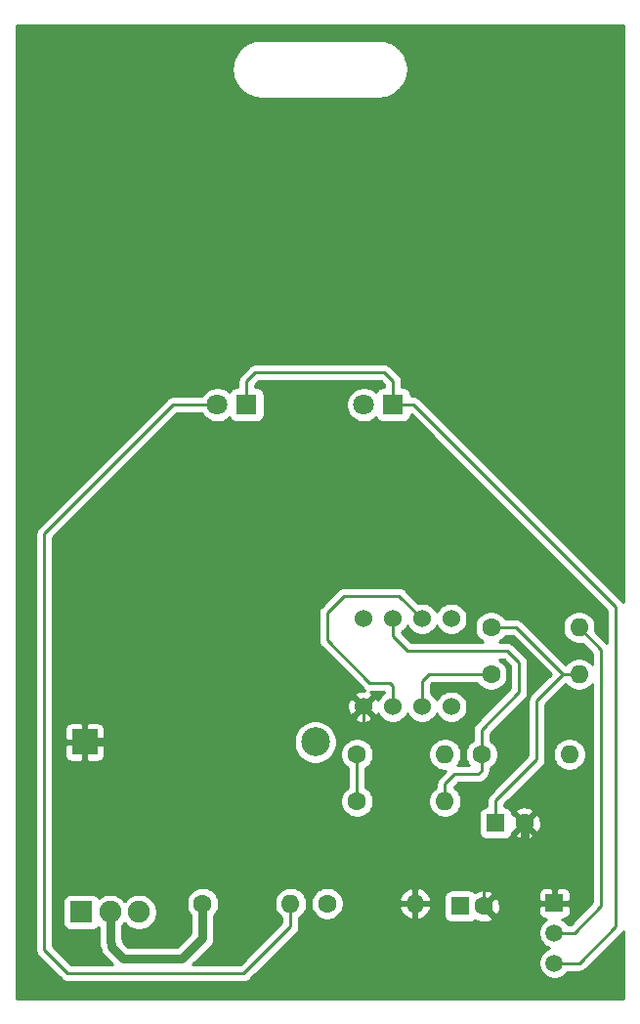
<source format=gtl>
%TF.GenerationSoftware,KiCad,Pcbnew,5.1.10*%
%TF.CreationDate,2021-10-31T07:52:44-04:00*%
%TF.ProjectId,555_badge,3535355f-6261-4646-9765-2e6b69636164,v01*%
%TF.SameCoordinates,Original*%
%TF.FileFunction,Copper,L1,Top*%
%TF.FilePolarity,Positive*%
%FSLAX46Y46*%
G04 Gerber Fmt 4.6, Leading zero omitted, Abs format (unit mm)*
G04 Created by KiCad (PCBNEW 5.1.10) date 2021-10-31 07:52:44*
%MOMM*%
%LPD*%
G01*
G04 APERTURE LIST*
%TA.AperFunction,ComponentPad*%
%ADD10R,1.500000X1.500000*%
%TD*%
%TA.AperFunction,ComponentPad*%
%ADD11C,1.500000*%
%TD*%
%TA.AperFunction,ComponentPad*%
%ADD12R,2.170000X2.170000*%
%TD*%
%TA.AperFunction,ComponentPad*%
%ADD13C,2.500000*%
%TD*%
%TA.AperFunction,ComponentPad*%
%ADD14R,1.600000X1.600000*%
%TD*%
%TA.AperFunction,ComponentPad*%
%ADD15C,1.600000*%
%TD*%
%TA.AperFunction,ComponentPad*%
%ADD16R,1.800000X1.800000*%
%TD*%
%TA.AperFunction,ComponentPad*%
%ADD17C,1.800000*%
%TD*%
%TA.AperFunction,ComponentPad*%
%ADD18O,1.600000X1.600000*%
%TD*%
%TA.AperFunction,ComponentPad*%
%ADD19R,1.900000X1.900000*%
%TD*%
%TA.AperFunction,ComponentPad*%
%ADD20C,1.900000*%
%TD*%
%TA.AperFunction,ComponentPad*%
%ADD21C,1.524000*%
%TD*%
%TA.AperFunction,Conductor*%
%ADD22C,0.762000*%
%TD*%
%TA.AperFunction,Conductor*%
%ADD23C,0.254000*%
%TD*%
%TA.AperFunction,Conductor*%
%ADD24C,0.100000*%
%TD*%
G04 APERTURE END LIST*
D10*
%TO.P,Q1,1*%
%TO.N,GND*%
X174244000Y-118110000D03*
D11*
%TO.P,Q1,3*%
%TO.N,Net-(D1-Pad1)*%
X174244000Y-123310000D03*
%TO.P,Q1,2*%
%TO.N,Net-(Q1-Pad2)*%
X174244000Y-120710000D03*
%TD*%
D12*
%TO.P,BAT1,Neg*%
%TO.N,GND*%
X133527401Y-104165001D03*
D13*
%TO.P,BAT1,Pos*%
%TO.N,Net-(BAT1-PadPos)*%
X153527401Y-104165001D03*
%TD*%
D14*
%TO.P,C1,1*%
%TO.N,Net-(C1-Pad1)*%
X169140242Y-111185001D03*
D15*
%TO.P,C1,2*%
%TO.N,GND*%
X171640242Y-111185001D03*
%TD*%
D14*
%TO.P,C2,1*%
%TO.N,Net-(C2-Pad1)*%
X166094776Y-118385001D03*
D15*
%TO.P,C2,2*%
%TO.N,GND*%
X168094776Y-118385001D03*
%TD*%
D16*
%TO.P,D1,1*%
%TO.N,Net-(D1-Pad1)*%
X147574000Y-74930000D03*
D17*
%TO.P,D1,2*%
%TO.N,Net-(D1-Pad2)*%
X145034000Y-74930000D03*
%TD*%
%TO.P,D2,2*%
%TO.N,Net-(D2-Pad2)*%
X157734000Y-74930000D03*
D16*
%TO.P,D2,1*%
%TO.N,Net-(D1-Pad1)*%
X160274000Y-74930000D03*
%TD*%
D18*
%TO.P,R1,2*%
%TO.N,Net-(D1-Pad2)*%
X151385001Y-118145001D03*
D15*
%TO.P,R1,1*%
%TO.N,VCC*%
X143765001Y-118145001D03*
%TD*%
%TO.P,R2,1*%
%TO.N,VCC*%
X157135001Y-105235001D03*
D18*
%TO.P,R2,2*%
%TO.N,Net-(D2-Pad2)*%
X164755001Y-105235001D03*
%TD*%
D15*
%TO.P,R3,1*%
%TO.N,Net-(C1-Pad1)*%
X168745001Y-94235001D03*
D18*
%TO.P,R3,2*%
%TO.N,Net-(Q1-Pad2)*%
X176365001Y-94235001D03*
%TD*%
%TO.P,R4,2*%
%TO.N,GND*%
X162155001Y-118145001D03*
D15*
%TO.P,R4,1*%
%TO.N,Net-(C1-Pad1)*%
X154535001Y-118145001D03*
%TD*%
%TO.P,R5,1*%
%TO.N,Net-(R5-Pad1)*%
X168745001Y-98285001D03*
D18*
%TO.P,R5,2*%
%TO.N,Net-(C1-Pad1)*%
X176365001Y-98285001D03*
%TD*%
%TO.P,R6,2*%
%TO.N,Net-(R6-Pad2)*%
X164755001Y-109285001D03*
D15*
%TO.P,R6,1*%
%TO.N,VCC*%
X157135001Y-109285001D03*
%TD*%
%TO.P,R7,1*%
%TO.N,Net-(R6-Pad2)*%
X167905001Y-105235001D03*
D18*
%TO.P,R7,2*%
%TO.N,Net-(C2-Pad1)*%
X175525001Y-105235001D03*
%TD*%
D19*
%TO.P,S1,1*%
%TO.N,Net-(S1-Pad1)*%
X133235001Y-118895001D03*
D20*
%TO.P,S1,2*%
%TO.N,VCC*%
X135735001Y-118895001D03*
%TO.P,S1,3*%
%TO.N,Net-(BAT1-PadPos)*%
X138235001Y-118895001D03*
%TD*%
D21*
%TO.P,U1,1*%
%TO.N,GND*%
X157685601Y-101092000D03*
%TO.P,U1,2*%
%TO.N,Net-(C2-Pad1)*%
X160225601Y-101092000D03*
%TO.P,U1,3*%
%TO.N,Net-(R5-Pad1)*%
X162765601Y-101092000D03*
%TO.P,U1,4*%
%TO.N,VCC*%
X165305601Y-101092000D03*
%TO.P,U1,5*%
%TO.N,Net-(U1-Pad5)*%
X165305601Y-93472000D03*
%TO.P,U1,6*%
%TO.N,Net-(C2-Pad1)*%
X162765601Y-93472000D03*
%TO.P,U1,7*%
%TO.N,Net-(R6-Pad2)*%
X160225601Y-93472000D03*
%TO.P,U1,8*%
%TO.N,VCC*%
X157685601Y-93472000D03*
%TD*%
D22*
%TO.N,GND*%
X133527401Y-104165001D02*
X136677001Y-104165001D01*
X136677001Y-104165001D02*
X145132002Y-112620002D01*
X161896002Y-112620002D02*
X163322000Y-114046000D01*
X171640242Y-113347758D02*
X171640242Y-111185001D01*
X170942000Y-114046000D02*
X171640242Y-113347758D01*
D23*
X159667998Y-104803998D02*
X159667998Y-112620002D01*
X157685601Y-102821601D02*
X159667998Y-104803998D01*
X157685601Y-101092000D02*
X157685601Y-102821601D01*
D22*
X145132002Y-112620002D02*
X159667998Y-112620002D01*
D23*
X168094776Y-114246776D02*
X167894000Y-114046000D01*
X168094776Y-118385001D02*
X168094776Y-114246776D01*
D22*
X164846000Y-114046000D02*
X167894000Y-114046000D01*
X163322000Y-114046000D02*
X164846000Y-114046000D01*
D23*
X174244000Y-118110000D02*
X172212000Y-118110000D01*
X172212000Y-118110000D02*
X170180000Y-116078000D01*
D22*
X170180000Y-114046000D02*
X170942000Y-114046000D01*
D23*
X170180000Y-116078000D02*
X170180000Y-114046000D01*
D22*
X167894000Y-114046000D02*
X170180000Y-114046000D01*
D23*
X162155001Y-118145001D02*
X162155001Y-116689001D01*
X160372002Y-114906002D02*
X160372002Y-112620002D01*
X162155001Y-116689001D02*
X160372002Y-114906002D01*
D22*
X160372002Y-112620002D02*
X161896002Y-112620002D01*
X159667998Y-112620002D02*
X160372002Y-112620002D01*
D23*
%TO.N,Net-(C1-Pad1)*%
X176365001Y-98285001D02*
X174993001Y-98285001D01*
X170943001Y-94235001D02*
X168745001Y-94235001D01*
X174993001Y-98285001D02*
X170943001Y-94235001D01*
X169140242Y-111185001D02*
X169140242Y-109243758D01*
X169140242Y-109243758D02*
X172720000Y-105664000D01*
X172720000Y-100558002D02*
X174993001Y-98285001D01*
X172720000Y-105664000D02*
X172720000Y-100558002D01*
%TO.N,Net-(C2-Pad1)*%
X162765601Y-93472000D02*
X160782000Y-91488399D01*
X160782000Y-91488399D02*
X156004399Y-91488399D01*
X156004399Y-91488399D02*
X154528798Y-92964000D01*
X154528798Y-92964000D02*
X154528798Y-95346798D01*
X154528798Y-95346798D02*
X158242000Y-99060000D01*
X158242000Y-99060000D02*
X160020000Y-99060000D01*
X160225601Y-99265601D02*
X160225601Y-101092000D01*
X160020000Y-99060000D02*
X160225601Y-99265601D01*
%TO.N,Net-(D1-Pad1)*%
X147574000Y-74930000D02*
X147574000Y-72898000D01*
X147574000Y-72898000D02*
X148336000Y-72136000D01*
X148336000Y-72136000D02*
X159512000Y-72136000D01*
X160274000Y-72898000D02*
X160274000Y-74930000D01*
X159512000Y-72136000D02*
X160274000Y-72898000D01*
X179578000Y-92456000D02*
X162052000Y-74930000D01*
X162052000Y-74930000D02*
X160274000Y-74930000D01*
X179578000Y-120142000D02*
X179578000Y-92456000D01*
X176410000Y-123310000D02*
X179578000Y-120142000D01*
X174244000Y-123310000D02*
X176410000Y-123310000D01*
%TO.N,Net-(D1-Pad2)*%
X151385001Y-118145001D02*
X151385001Y-120140999D01*
X151385001Y-120140999D02*
X147320000Y-124206000D01*
X147320000Y-124206000D02*
X132080000Y-124206000D01*
X132080000Y-124206000D02*
X130048000Y-122174000D01*
X130048000Y-122174000D02*
X130048000Y-86106000D01*
X141224000Y-74930000D02*
X145034000Y-74930000D01*
X130048000Y-86106000D02*
X141224000Y-74930000D01*
%TO.N,Net-(Q1-Pad2)*%
X174244000Y-120710000D02*
X175962000Y-120710000D01*
X175962000Y-120710000D02*
X178308000Y-118364000D01*
X178308000Y-96178000D02*
X176365001Y-94235001D01*
X178308000Y-118364000D02*
X178308000Y-96178000D01*
%TO.N,VCC*%
X157135001Y-109285001D02*
X157135001Y-105235001D01*
D22*
X135735001Y-118895001D02*
X135735001Y-121511001D01*
X135735001Y-121511001D02*
X135890000Y-121666000D01*
X135890000Y-121666000D02*
X135890000Y-121920000D01*
X135890000Y-121920000D02*
X136906000Y-122936000D01*
X136906000Y-122936000D02*
X141986000Y-122936000D01*
X143765001Y-121156999D02*
X143765001Y-118145001D01*
X141986000Y-122936000D02*
X143765001Y-121156999D01*
D23*
%TO.N,Net-(R5-Pad1)*%
X168745001Y-98285001D02*
X163334999Y-98285001D01*
X162765601Y-98854399D02*
X162765601Y-101092000D01*
X163334999Y-98285001D02*
X162765601Y-98854399D01*
%TO.N,Net-(R6-Pad2)*%
X164755001Y-109285001D02*
X164755001Y-107786999D01*
X164755001Y-107786999D02*
X165608000Y-106934000D01*
X165608000Y-106934000D02*
X167640000Y-106934000D01*
X167905001Y-106668999D02*
X167905001Y-105235001D01*
X167640000Y-106934000D02*
X167905001Y-106668999D01*
X167905001Y-105235001D02*
X167905001Y-103112999D01*
X167905001Y-103112999D02*
X171196000Y-99822000D01*
X171196000Y-99822000D02*
X171196000Y-97282000D01*
X171196000Y-97282000D02*
X170180000Y-96266000D01*
X170180000Y-96266000D02*
X161544000Y-96266000D01*
X160225601Y-94947601D02*
X160225601Y-93472000D01*
X161544000Y-96266000D02*
X160225601Y-94947601D01*
%TD*%
%TO.N,GND*%
X180200301Y-92013128D02*
X180143279Y-91943648D01*
X180119422Y-91914578D01*
X180090352Y-91890721D01*
X162617284Y-74417654D01*
X162593422Y-74388578D01*
X162477392Y-74293355D01*
X162345015Y-74222598D01*
X162201378Y-74179026D01*
X162089426Y-74168000D01*
X162089423Y-74168000D01*
X162052000Y-74164314D01*
X162014577Y-74168000D01*
X161812072Y-74168000D01*
X161812072Y-74030000D01*
X161799812Y-73905518D01*
X161763502Y-73785820D01*
X161704537Y-73675506D01*
X161625185Y-73578815D01*
X161528494Y-73499463D01*
X161418180Y-73440498D01*
X161298482Y-73404188D01*
X161174000Y-73391928D01*
X161036000Y-73391928D01*
X161036000Y-72935423D01*
X161039686Y-72898000D01*
X161036000Y-72860574D01*
X161024974Y-72748622D01*
X160981402Y-72604985D01*
X160910646Y-72472609D01*
X160910645Y-72472607D01*
X160839279Y-72385648D01*
X160815422Y-72356578D01*
X160786353Y-72332722D01*
X160077284Y-71623653D01*
X160053422Y-71594578D01*
X159937392Y-71499355D01*
X159805015Y-71428598D01*
X159661378Y-71385026D01*
X159549426Y-71374000D01*
X159549423Y-71374000D01*
X159512000Y-71370314D01*
X159474577Y-71374000D01*
X148373423Y-71374000D01*
X148336000Y-71370314D01*
X148298577Y-71374000D01*
X148298574Y-71374000D01*
X148186622Y-71385026D01*
X148042985Y-71428598D01*
X147981364Y-71461535D01*
X147910607Y-71499355D01*
X147827904Y-71567228D01*
X147794578Y-71594578D01*
X147770720Y-71623649D01*
X147061649Y-72332721D01*
X147032579Y-72356578D01*
X147008722Y-72385648D01*
X147008721Y-72385649D01*
X146937355Y-72472608D01*
X146866599Y-72604985D01*
X146823027Y-72748622D01*
X146808314Y-72898000D01*
X146812001Y-72935433D01*
X146812001Y-73391928D01*
X146674000Y-73391928D01*
X146549518Y-73404188D01*
X146429820Y-73440498D01*
X146319506Y-73499463D01*
X146222815Y-73578815D01*
X146143463Y-73675506D01*
X146084498Y-73785820D01*
X146078944Y-73804127D01*
X146012505Y-73737688D01*
X145761095Y-73569701D01*
X145481743Y-73453989D01*
X145185184Y-73395000D01*
X144882816Y-73395000D01*
X144586257Y-73453989D01*
X144306905Y-73569701D01*
X144055495Y-73737688D01*
X143841688Y-73951495D01*
X143697024Y-74168000D01*
X141261423Y-74168000D01*
X141224000Y-74164314D01*
X141186577Y-74168000D01*
X141186574Y-74168000D01*
X141074622Y-74179026D01*
X140930985Y-74222598D01*
X140869364Y-74255535D01*
X140798607Y-74293355D01*
X140715904Y-74361228D01*
X140682578Y-74388578D01*
X140658721Y-74417648D01*
X129535649Y-85540721D01*
X129506579Y-85564578D01*
X129482722Y-85593648D01*
X129482721Y-85593649D01*
X129411355Y-85680608D01*
X129340599Y-85812985D01*
X129297027Y-85956622D01*
X129282314Y-86106000D01*
X129286001Y-86143433D01*
X129286000Y-122136577D01*
X129282314Y-122174000D01*
X129286000Y-122211423D01*
X129286000Y-122211425D01*
X129297026Y-122323377D01*
X129340598Y-122467014D01*
X129364803Y-122512299D01*
X129411355Y-122599392D01*
X129450983Y-122647678D01*
X129506578Y-122715422D01*
X129535654Y-122739284D01*
X131514721Y-124718352D01*
X131538578Y-124747422D01*
X131567648Y-124771279D01*
X131654607Y-124842645D01*
X131725364Y-124880465D01*
X131786985Y-124913402D01*
X131930622Y-124956974D01*
X132042574Y-124968000D01*
X132042577Y-124968000D01*
X132080000Y-124971686D01*
X132117423Y-124968000D01*
X147282577Y-124968000D01*
X147320000Y-124971686D01*
X147357423Y-124968000D01*
X147357426Y-124968000D01*
X147469378Y-124956974D01*
X147613015Y-124913402D01*
X147745392Y-124842645D01*
X147861422Y-124747422D01*
X147885284Y-124718346D01*
X151897347Y-120706283D01*
X151926423Y-120682421D01*
X152020825Y-120567392D01*
X152021646Y-120566392D01*
X152067822Y-120480001D01*
X152092403Y-120434014D01*
X152135975Y-120290377D01*
X152147001Y-120178425D01*
X152147001Y-120178422D01*
X152150687Y-120140999D01*
X152147001Y-120103576D01*
X152147001Y-119361708D01*
X152299760Y-119259638D01*
X152499638Y-119059760D01*
X152656681Y-118824728D01*
X152764854Y-118563575D01*
X152820001Y-118286336D01*
X152820001Y-118003666D01*
X153100001Y-118003666D01*
X153100001Y-118286336D01*
X153155148Y-118563575D01*
X153263321Y-118824728D01*
X153420364Y-119059760D01*
X153620242Y-119259638D01*
X153855274Y-119416681D01*
X154116427Y-119524854D01*
X154393666Y-119580001D01*
X154676336Y-119580001D01*
X154953575Y-119524854D01*
X155214728Y-119416681D01*
X155449760Y-119259638D01*
X155649638Y-119059760D01*
X155806681Y-118824728D01*
X155914854Y-118563575D01*
X155928685Y-118494040D01*
X160763097Y-118494040D01*
X160803755Y-118628088D01*
X160923964Y-118882421D01*
X161091482Y-119108415D01*
X161299870Y-119297386D01*
X161541120Y-119442071D01*
X161805961Y-119536910D01*
X162028001Y-119415625D01*
X162028001Y-118272001D01*
X162282001Y-118272001D01*
X162282001Y-119415625D01*
X162504041Y-119536910D01*
X162768882Y-119442071D01*
X163010132Y-119297386D01*
X163218520Y-119108415D01*
X163386038Y-118882421D01*
X163506247Y-118628088D01*
X163546905Y-118494040D01*
X163424916Y-118272001D01*
X162282001Y-118272001D01*
X162028001Y-118272001D01*
X160885086Y-118272001D01*
X160763097Y-118494040D01*
X155928685Y-118494040D01*
X155970001Y-118286336D01*
X155970001Y-118003666D01*
X155928686Y-117795962D01*
X160763097Y-117795962D01*
X160885086Y-118018001D01*
X162028001Y-118018001D01*
X162028001Y-116874377D01*
X162282001Y-116874377D01*
X162282001Y-118018001D01*
X163424916Y-118018001D01*
X163546905Y-117795962D01*
X163506247Y-117661914D01*
X163469895Y-117585001D01*
X164656704Y-117585001D01*
X164656704Y-119185001D01*
X164668964Y-119309483D01*
X164705274Y-119429181D01*
X164764239Y-119539495D01*
X164843591Y-119636186D01*
X164940282Y-119715538D01*
X165050596Y-119774503D01*
X165170294Y-119810813D01*
X165294776Y-119823073D01*
X166894776Y-119823073D01*
X167019258Y-119810813D01*
X167138956Y-119774503D01*
X167249270Y-119715538D01*
X167345961Y-119636186D01*
X167356583Y-119623243D01*
X167608772Y-119742572D01*
X167882960Y-119811301D01*
X168165288Y-119825218D01*
X168444906Y-119783788D01*
X168711068Y-119688604D01*
X168836290Y-119621672D01*
X168907873Y-119377703D01*
X168094776Y-118564606D01*
X168080634Y-118578749D01*
X167901029Y-118399144D01*
X167915171Y-118385001D01*
X168274381Y-118385001D01*
X169087478Y-119198098D01*
X169331447Y-119126515D01*
X169452347Y-118871005D01*
X169521076Y-118596817D01*
X169534993Y-118314489D01*
X169493563Y-118034871D01*
X169398379Y-117768709D01*
X169331447Y-117643487D01*
X169087478Y-117571904D01*
X168274381Y-118385001D01*
X167915171Y-118385001D01*
X167901029Y-118370859D01*
X168080634Y-118191254D01*
X168094776Y-118205396D01*
X168907873Y-117392299D01*
X168898397Y-117360000D01*
X172855928Y-117360000D01*
X172859000Y-117824250D01*
X173017750Y-117983000D01*
X174117000Y-117983000D01*
X174117000Y-116883750D01*
X174371000Y-116883750D01*
X174371000Y-117983000D01*
X175470250Y-117983000D01*
X175629000Y-117824250D01*
X175632072Y-117360000D01*
X175619812Y-117235518D01*
X175583502Y-117115820D01*
X175524537Y-117005506D01*
X175445185Y-116908815D01*
X175348494Y-116829463D01*
X175238180Y-116770498D01*
X175118482Y-116734188D01*
X174994000Y-116721928D01*
X174529750Y-116725000D01*
X174371000Y-116883750D01*
X174117000Y-116883750D01*
X173958250Y-116725000D01*
X173494000Y-116721928D01*
X173369518Y-116734188D01*
X173249820Y-116770498D01*
X173139506Y-116829463D01*
X173042815Y-116908815D01*
X172963463Y-117005506D01*
X172904498Y-117115820D01*
X172868188Y-117235518D01*
X172855928Y-117360000D01*
X168898397Y-117360000D01*
X168836290Y-117148330D01*
X168580780Y-117027430D01*
X168306592Y-116958701D01*
X168024264Y-116944784D01*
X167744646Y-116986214D01*
X167478484Y-117081398D01*
X167356467Y-117146617D01*
X167345961Y-117133816D01*
X167249270Y-117054464D01*
X167138956Y-116995499D01*
X167019258Y-116959189D01*
X166894776Y-116946929D01*
X165294776Y-116946929D01*
X165170294Y-116959189D01*
X165050596Y-116995499D01*
X164940282Y-117054464D01*
X164843591Y-117133816D01*
X164764239Y-117230507D01*
X164705274Y-117340821D01*
X164668964Y-117460519D01*
X164656704Y-117585001D01*
X163469895Y-117585001D01*
X163386038Y-117407581D01*
X163218520Y-117181587D01*
X163010132Y-116992616D01*
X162768882Y-116847931D01*
X162504041Y-116753092D01*
X162282001Y-116874377D01*
X162028001Y-116874377D01*
X161805961Y-116753092D01*
X161541120Y-116847931D01*
X161299870Y-116992616D01*
X161091482Y-117181587D01*
X160923964Y-117407581D01*
X160803755Y-117661914D01*
X160763097Y-117795962D01*
X155928686Y-117795962D01*
X155914854Y-117726427D01*
X155806681Y-117465274D01*
X155649638Y-117230242D01*
X155449760Y-117030364D01*
X155214728Y-116873321D01*
X154953575Y-116765148D01*
X154676336Y-116710001D01*
X154393666Y-116710001D01*
X154116427Y-116765148D01*
X153855274Y-116873321D01*
X153620242Y-117030364D01*
X153420364Y-117230242D01*
X153263321Y-117465274D01*
X153155148Y-117726427D01*
X153100001Y-118003666D01*
X152820001Y-118003666D01*
X152764854Y-117726427D01*
X152656681Y-117465274D01*
X152499638Y-117230242D01*
X152299760Y-117030364D01*
X152064728Y-116873321D01*
X151803575Y-116765148D01*
X151526336Y-116710001D01*
X151243666Y-116710001D01*
X150966427Y-116765148D01*
X150705274Y-116873321D01*
X150470242Y-117030364D01*
X150270364Y-117230242D01*
X150113321Y-117465274D01*
X150005148Y-117726427D01*
X149950001Y-118003666D01*
X149950001Y-118286336D01*
X150005148Y-118563575D01*
X150113321Y-118824728D01*
X150270364Y-119059760D01*
X150470242Y-119259638D01*
X150623002Y-119361708D01*
X150623002Y-119825368D01*
X147004370Y-123444000D01*
X142914840Y-123444000D01*
X144448134Y-121910707D01*
X144486897Y-121878895D01*
X144613861Y-121724189D01*
X144708203Y-121547686D01*
X144766299Y-121356170D01*
X144781001Y-121206901D01*
X144781001Y-121206894D01*
X144785915Y-121157000D01*
X144781001Y-121107106D01*
X144781001Y-119158397D01*
X144879638Y-119059760D01*
X145036681Y-118824728D01*
X145144854Y-118563575D01*
X145200001Y-118286336D01*
X145200001Y-118003666D01*
X145144854Y-117726427D01*
X145036681Y-117465274D01*
X144879638Y-117230242D01*
X144679760Y-117030364D01*
X144444728Y-116873321D01*
X144183575Y-116765148D01*
X143906336Y-116710001D01*
X143623666Y-116710001D01*
X143346427Y-116765148D01*
X143085274Y-116873321D01*
X142850242Y-117030364D01*
X142650364Y-117230242D01*
X142493321Y-117465274D01*
X142385148Y-117726427D01*
X142330001Y-118003666D01*
X142330001Y-118286336D01*
X142385148Y-118563575D01*
X142493321Y-118824728D01*
X142650364Y-119059760D01*
X142749002Y-119158398D01*
X142749001Y-120736158D01*
X141565160Y-121920000D01*
X137326841Y-121920000D01*
X136893224Y-121486384D01*
X136891298Y-121466830D01*
X136889522Y-121460974D01*
X136833202Y-121275313D01*
X136751001Y-121121524D01*
X136751001Y-120120530D01*
X136966151Y-119905380D01*
X136985001Y-119877169D01*
X137003851Y-119905380D01*
X137224622Y-120126151D01*
X137484222Y-120299610D01*
X137772674Y-120419090D01*
X138078892Y-120480001D01*
X138391110Y-120480001D01*
X138697328Y-120419090D01*
X138985780Y-120299610D01*
X139245380Y-120126151D01*
X139466151Y-119905380D01*
X139639610Y-119645780D01*
X139759090Y-119357328D01*
X139820001Y-119051110D01*
X139820001Y-118738892D01*
X139759090Y-118432674D01*
X139639610Y-118144222D01*
X139466151Y-117884622D01*
X139245380Y-117663851D01*
X138985780Y-117490392D01*
X138697328Y-117370912D01*
X138391110Y-117310001D01*
X138078892Y-117310001D01*
X137772674Y-117370912D01*
X137484222Y-117490392D01*
X137224622Y-117663851D01*
X137003851Y-117884622D01*
X136985001Y-117912833D01*
X136966151Y-117884622D01*
X136745380Y-117663851D01*
X136485780Y-117490392D01*
X136197328Y-117370912D01*
X135891110Y-117310001D01*
X135578892Y-117310001D01*
X135272674Y-117370912D01*
X134984222Y-117490392D01*
X134746815Y-117649022D01*
X134715538Y-117590507D01*
X134636186Y-117493816D01*
X134539495Y-117414464D01*
X134429181Y-117355499D01*
X134309483Y-117319189D01*
X134185001Y-117306929D01*
X132285001Y-117306929D01*
X132160519Y-117319189D01*
X132040821Y-117355499D01*
X131930507Y-117414464D01*
X131833816Y-117493816D01*
X131754464Y-117590507D01*
X131695499Y-117700821D01*
X131659189Y-117820519D01*
X131646929Y-117945001D01*
X131646929Y-119845001D01*
X131659189Y-119969483D01*
X131695499Y-120089181D01*
X131754464Y-120199495D01*
X131833816Y-120296186D01*
X131930507Y-120375538D01*
X132040821Y-120434503D01*
X132160519Y-120470813D01*
X132285001Y-120483073D01*
X134185001Y-120483073D01*
X134309483Y-120470813D01*
X134429181Y-120434503D01*
X134539495Y-120375538D01*
X134636186Y-120296186D01*
X134715538Y-120199495D01*
X134719001Y-120193015D01*
X134719002Y-121461090D01*
X134714086Y-121511001D01*
X134733703Y-121710171D01*
X134780722Y-121865170D01*
X134791800Y-121901688D01*
X134884332Y-122074805D01*
X134888702Y-122119171D01*
X134946798Y-122310687D01*
X135041140Y-122487190D01*
X135168105Y-122641896D01*
X135206868Y-122673708D01*
X135977159Y-123444000D01*
X132395631Y-123444000D01*
X130810000Y-121858370D01*
X130810000Y-105250001D01*
X131804329Y-105250001D01*
X131816589Y-105374483D01*
X131852899Y-105494181D01*
X131911864Y-105604495D01*
X131991216Y-105701186D01*
X132087907Y-105780538D01*
X132198221Y-105839503D01*
X132317919Y-105875813D01*
X132442401Y-105888073D01*
X133241651Y-105885001D01*
X133400401Y-105726251D01*
X133400401Y-104292001D01*
X133654401Y-104292001D01*
X133654401Y-105726251D01*
X133813151Y-105885001D01*
X134612401Y-105888073D01*
X134736883Y-105875813D01*
X134856581Y-105839503D01*
X134966895Y-105780538D01*
X135063586Y-105701186D01*
X135142938Y-105604495D01*
X135201903Y-105494181D01*
X135238213Y-105374483D01*
X135250473Y-105250001D01*
X135247401Y-104450751D01*
X135088651Y-104292001D01*
X133654401Y-104292001D01*
X133400401Y-104292001D01*
X131966151Y-104292001D01*
X131807401Y-104450751D01*
X131804329Y-105250001D01*
X130810000Y-105250001D01*
X130810000Y-103080001D01*
X131804329Y-103080001D01*
X131807401Y-103879251D01*
X131966151Y-104038001D01*
X133400401Y-104038001D01*
X133400401Y-102603751D01*
X133654401Y-102603751D01*
X133654401Y-104038001D01*
X135088651Y-104038001D01*
X135147307Y-103979345D01*
X151642401Y-103979345D01*
X151642401Y-104350657D01*
X151714840Y-104714835D01*
X151856935Y-105057883D01*
X152063226Y-105366619D01*
X152325783Y-105629176D01*
X152634519Y-105835467D01*
X152977567Y-105977562D01*
X153341745Y-106050001D01*
X153713057Y-106050001D01*
X154077235Y-105977562D01*
X154420283Y-105835467D01*
X154729019Y-105629176D01*
X154991576Y-105366619D01*
X155173957Y-105093666D01*
X155700001Y-105093666D01*
X155700001Y-105376336D01*
X155755148Y-105653575D01*
X155863321Y-105914728D01*
X156020364Y-106149760D01*
X156220242Y-106349638D01*
X156373002Y-106451709D01*
X156373001Y-108068294D01*
X156220242Y-108170364D01*
X156020364Y-108370242D01*
X155863321Y-108605274D01*
X155755148Y-108866427D01*
X155700001Y-109143666D01*
X155700001Y-109426336D01*
X155755148Y-109703575D01*
X155863321Y-109964728D01*
X156020364Y-110199760D01*
X156220242Y-110399638D01*
X156455274Y-110556681D01*
X156716427Y-110664854D01*
X156993666Y-110720001D01*
X157276336Y-110720001D01*
X157553575Y-110664854D01*
X157814728Y-110556681D01*
X158049760Y-110399638D01*
X158249638Y-110199760D01*
X158406681Y-109964728D01*
X158514854Y-109703575D01*
X158570001Y-109426336D01*
X158570001Y-109143666D01*
X158514854Y-108866427D01*
X158406681Y-108605274D01*
X158249638Y-108370242D01*
X158049760Y-108170364D01*
X157897001Y-108068294D01*
X157897001Y-106451708D01*
X158049760Y-106349638D01*
X158249638Y-106149760D01*
X158406681Y-105914728D01*
X158514854Y-105653575D01*
X158570001Y-105376336D01*
X158570001Y-105093666D01*
X158514854Y-104816427D01*
X158406681Y-104555274D01*
X158249638Y-104320242D01*
X158049760Y-104120364D01*
X157814728Y-103963321D01*
X157553575Y-103855148D01*
X157276336Y-103800001D01*
X156993666Y-103800001D01*
X156716427Y-103855148D01*
X156455274Y-103963321D01*
X156220242Y-104120364D01*
X156020364Y-104320242D01*
X155863321Y-104555274D01*
X155755148Y-104816427D01*
X155700001Y-105093666D01*
X155173957Y-105093666D01*
X155197867Y-105057883D01*
X155339962Y-104714835D01*
X155412401Y-104350657D01*
X155412401Y-103979345D01*
X155339962Y-103615167D01*
X155197867Y-103272119D01*
X154991576Y-102963383D01*
X154729019Y-102700826D01*
X154420283Y-102494535D01*
X154077235Y-102352440D01*
X153713057Y-102280001D01*
X153341745Y-102280001D01*
X152977567Y-102352440D01*
X152634519Y-102494535D01*
X152325783Y-102700826D01*
X152063226Y-102963383D01*
X151856935Y-103272119D01*
X151714840Y-103615167D01*
X151642401Y-103979345D01*
X135147307Y-103979345D01*
X135247401Y-103879251D01*
X135250473Y-103080001D01*
X135238213Y-102955519D01*
X135201903Y-102835821D01*
X135142938Y-102725507D01*
X135063586Y-102628816D01*
X134966895Y-102549464D01*
X134856581Y-102490499D01*
X134736883Y-102454189D01*
X134612401Y-102441929D01*
X133813151Y-102445001D01*
X133654401Y-102603751D01*
X133400401Y-102603751D01*
X133241651Y-102445001D01*
X132442401Y-102441929D01*
X132317919Y-102454189D01*
X132198221Y-102490499D01*
X132087907Y-102549464D01*
X131991216Y-102628816D01*
X131911864Y-102725507D01*
X131852899Y-102835821D01*
X131816589Y-102955519D01*
X131804329Y-103080001D01*
X130810000Y-103080001D01*
X130810000Y-102057565D01*
X156899641Y-102057565D01*
X156966621Y-102297656D01*
X157215649Y-102414756D01*
X157482736Y-102481023D01*
X157757618Y-102493910D01*
X158029734Y-102452922D01*
X158288624Y-102359636D01*
X158404581Y-102297656D01*
X158471561Y-102057565D01*
X157685601Y-101271605D01*
X156899641Y-102057565D01*
X130810000Y-102057565D01*
X130810000Y-101164017D01*
X156283691Y-101164017D01*
X156324679Y-101436133D01*
X156417965Y-101695023D01*
X156479945Y-101810980D01*
X156720036Y-101877960D01*
X157505996Y-101092000D01*
X156720036Y-100306040D01*
X156479945Y-100373020D01*
X156362845Y-100622048D01*
X156296578Y-100889135D01*
X156283691Y-101164017D01*
X130810000Y-101164017D01*
X130810000Y-86421630D01*
X141539631Y-75692000D01*
X143697024Y-75692000D01*
X143841688Y-75908505D01*
X144055495Y-76122312D01*
X144306905Y-76290299D01*
X144586257Y-76406011D01*
X144882816Y-76465000D01*
X145185184Y-76465000D01*
X145481743Y-76406011D01*
X145761095Y-76290299D01*
X146012505Y-76122312D01*
X146078944Y-76055873D01*
X146084498Y-76074180D01*
X146143463Y-76184494D01*
X146222815Y-76281185D01*
X146319506Y-76360537D01*
X146429820Y-76419502D01*
X146549518Y-76455812D01*
X146674000Y-76468072D01*
X148474000Y-76468072D01*
X148598482Y-76455812D01*
X148718180Y-76419502D01*
X148828494Y-76360537D01*
X148925185Y-76281185D01*
X149004537Y-76184494D01*
X149063502Y-76074180D01*
X149099812Y-75954482D01*
X149112072Y-75830000D01*
X149112072Y-74030000D01*
X149099812Y-73905518D01*
X149063502Y-73785820D01*
X149004537Y-73675506D01*
X148925185Y-73578815D01*
X148828494Y-73499463D01*
X148718180Y-73440498D01*
X148598482Y-73404188D01*
X148474000Y-73391928D01*
X148336000Y-73391928D01*
X148336000Y-73213630D01*
X148651631Y-72898000D01*
X159196370Y-72898000D01*
X159512000Y-73213631D01*
X159512000Y-73391928D01*
X159374000Y-73391928D01*
X159249518Y-73404188D01*
X159129820Y-73440498D01*
X159019506Y-73499463D01*
X158922815Y-73578815D01*
X158843463Y-73675506D01*
X158784498Y-73785820D01*
X158778944Y-73804127D01*
X158712505Y-73737688D01*
X158461095Y-73569701D01*
X158181743Y-73453989D01*
X157885184Y-73395000D01*
X157582816Y-73395000D01*
X157286257Y-73453989D01*
X157006905Y-73569701D01*
X156755495Y-73737688D01*
X156541688Y-73951495D01*
X156373701Y-74202905D01*
X156257989Y-74482257D01*
X156199000Y-74778816D01*
X156199000Y-75081184D01*
X156257989Y-75377743D01*
X156373701Y-75657095D01*
X156541688Y-75908505D01*
X156755495Y-76122312D01*
X157006905Y-76290299D01*
X157286257Y-76406011D01*
X157582816Y-76465000D01*
X157885184Y-76465000D01*
X158181743Y-76406011D01*
X158461095Y-76290299D01*
X158712505Y-76122312D01*
X158778944Y-76055873D01*
X158784498Y-76074180D01*
X158843463Y-76184494D01*
X158922815Y-76281185D01*
X159019506Y-76360537D01*
X159129820Y-76419502D01*
X159249518Y-76455812D01*
X159374000Y-76468072D01*
X161174000Y-76468072D01*
X161298482Y-76455812D01*
X161418180Y-76419502D01*
X161528494Y-76360537D01*
X161625185Y-76281185D01*
X161704537Y-76184494D01*
X161763502Y-76074180D01*
X161799812Y-75954482D01*
X161812072Y-75830000D01*
X161812072Y-75767702D01*
X178816001Y-92771632D01*
X178816001Y-95608371D01*
X177764158Y-94556528D01*
X177800001Y-94376336D01*
X177800001Y-94093666D01*
X177744854Y-93816427D01*
X177636681Y-93555274D01*
X177479638Y-93320242D01*
X177279760Y-93120364D01*
X177044728Y-92963321D01*
X176783575Y-92855148D01*
X176506336Y-92800001D01*
X176223666Y-92800001D01*
X175946427Y-92855148D01*
X175685274Y-92963321D01*
X175450242Y-93120364D01*
X175250364Y-93320242D01*
X175093321Y-93555274D01*
X174985148Y-93816427D01*
X174930001Y-94093666D01*
X174930001Y-94376336D01*
X174985148Y-94653575D01*
X175093321Y-94914728D01*
X175250364Y-95149760D01*
X175450242Y-95349638D01*
X175685274Y-95506681D01*
X175946427Y-95614854D01*
X176223666Y-95670001D01*
X176506336Y-95670001D01*
X176686528Y-95634158D01*
X177546001Y-96493631D01*
X177546001Y-97469561D01*
X177479638Y-97370242D01*
X177279760Y-97170364D01*
X177044728Y-97013321D01*
X176783575Y-96905148D01*
X176506336Y-96850001D01*
X176223666Y-96850001D01*
X175946427Y-96905148D01*
X175685274Y-97013321D01*
X175450242Y-97170364D01*
X175250364Y-97370242D01*
X175212516Y-97426885D01*
X171508285Y-93722655D01*
X171484423Y-93693579D01*
X171368393Y-93598356D01*
X171236016Y-93527599D01*
X171092379Y-93484027D01*
X170980427Y-93473001D01*
X170980424Y-93473001D01*
X170943001Y-93469315D01*
X170905578Y-93473001D01*
X169961708Y-93473001D01*
X169859638Y-93320242D01*
X169659760Y-93120364D01*
X169424728Y-92963321D01*
X169163575Y-92855148D01*
X168886336Y-92800001D01*
X168603666Y-92800001D01*
X168326427Y-92855148D01*
X168065274Y-92963321D01*
X167830242Y-93120364D01*
X167630364Y-93320242D01*
X167473321Y-93555274D01*
X167365148Y-93816427D01*
X167310001Y-94093666D01*
X167310001Y-94376336D01*
X167365148Y-94653575D01*
X167473321Y-94914728D01*
X167630364Y-95149760D01*
X167830242Y-95349638D01*
X168061262Y-95504000D01*
X161859631Y-95504000D01*
X160994215Y-94638585D01*
X161116136Y-94557120D01*
X161310721Y-94362535D01*
X161463606Y-94133727D01*
X161495601Y-94056485D01*
X161527596Y-94133727D01*
X161680481Y-94362535D01*
X161875066Y-94557120D01*
X162103874Y-94710005D01*
X162358111Y-94815314D01*
X162628009Y-94869000D01*
X162903193Y-94869000D01*
X163173091Y-94815314D01*
X163427328Y-94710005D01*
X163656136Y-94557120D01*
X163850721Y-94362535D01*
X164003606Y-94133727D01*
X164035601Y-94056485D01*
X164067596Y-94133727D01*
X164220481Y-94362535D01*
X164415066Y-94557120D01*
X164643874Y-94710005D01*
X164898111Y-94815314D01*
X165168009Y-94869000D01*
X165443193Y-94869000D01*
X165713091Y-94815314D01*
X165967328Y-94710005D01*
X166196136Y-94557120D01*
X166390721Y-94362535D01*
X166543606Y-94133727D01*
X166648915Y-93879490D01*
X166702601Y-93609592D01*
X166702601Y-93334408D01*
X166648915Y-93064510D01*
X166543606Y-92810273D01*
X166390721Y-92581465D01*
X166196136Y-92386880D01*
X165967328Y-92233995D01*
X165713091Y-92128686D01*
X165443193Y-92075000D01*
X165168009Y-92075000D01*
X164898111Y-92128686D01*
X164643874Y-92233995D01*
X164415066Y-92386880D01*
X164220481Y-92581465D01*
X164067596Y-92810273D01*
X164035601Y-92887515D01*
X164003606Y-92810273D01*
X163850721Y-92581465D01*
X163656136Y-92386880D01*
X163427328Y-92233995D01*
X163173091Y-92128686D01*
X162903193Y-92075000D01*
X162628009Y-92075000D01*
X162476390Y-92105159D01*
X161347284Y-90976053D01*
X161323422Y-90946977D01*
X161207392Y-90851754D01*
X161075015Y-90780997D01*
X160931378Y-90737425D01*
X160819426Y-90726399D01*
X160819423Y-90726399D01*
X160782000Y-90722713D01*
X160744577Y-90726399D01*
X156041822Y-90726399D01*
X156004399Y-90722713D01*
X155966976Y-90726399D01*
X155966973Y-90726399D01*
X155855021Y-90737425D01*
X155711384Y-90780997D01*
X155649763Y-90813934D01*
X155579006Y-90851754D01*
X155496303Y-90919627D01*
X155462977Y-90946977D01*
X155439120Y-90976047D01*
X154016452Y-92398716D01*
X153987376Y-92422578D01*
X153959948Y-92456000D01*
X153892153Y-92538608D01*
X153869246Y-92581465D01*
X153821396Y-92670986D01*
X153777824Y-92814623D01*
X153773833Y-92855148D01*
X153763112Y-92964000D01*
X153766798Y-93001423D01*
X153766799Y-95309365D01*
X153763112Y-95346798D01*
X153777825Y-95496176D01*
X153821397Y-95639813D01*
X153892153Y-95772190D01*
X153948302Y-95840607D01*
X153987377Y-95888220D01*
X154016447Y-95912077D01*
X157676716Y-99572346D01*
X157700578Y-99601422D01*
X157774219Y-99661857D01*
X157816607Y-99696645D01*
X157822684Y-99699893D01*
X157613584Y-99690090D01*
X157341468Y-99731078D01*
X157082578Y-99824364D01*
X156966621Y-99886344D01*
X156899641Y-100126435D01*
X157685601Y-100912395D01*
X158471561Y-100126435D01*
X158404581Y-99886344D01*
X158269768Y-99822951D01*
X158279423Y-99822000D01*
X159463601Y-99822000D01*
X159463601Y-99920995D01*
X159335066Y-100006880D01*
X159140481Y-100201465D01*
X158987596Y-100430273D01*
X158957909Y-100501943D01*
X158953237Y-100488977D01*
X158891257Y-100373020D01*
X158651166Y-100306040D01*
X157865206Y-101092000D01*
X158651166Y-101877960D01*
X158891257Y-101810980D01*
X158955086Y-101675240D01*
X158987596Y-101753727D01*
X159140481Y-101982535D01*
X159335066Y-102177120D01*
X159563874Y-102330005D01*
X159818111Y-102435314D01*
X160088009Y-102489000D01*
X160363193Y-102489000D01*
X160633091Y-102435314D01*
X160887328Y-102330005D01*
X161116136Y-102177120D01*
X161310721Y-101982535D01*
X161463606Y-101753727D01*
X161495601Y-101676485D01*
X161527596Y-101753727D01*
X161680481Y-101982535D01*
X161875066Y-102177120D01*
X162103874Y-102330005D01*
X162358111Y-102435314D01*
X162628009Y-102489000D01*
X162903193Y-102489000D01*
X163173091Y-102435314D01*
X163427328Y-102330005D01*
X163656136Y-102177120D01*
X163850721Y-101982535D01*
X164003606Y-101753727D01*
X164035601Y-101676485D01*
X164067596Y-101753727D01*
X164220481Y-101982535D01*
X164415066Y-102177120D01*
X164643874Y-102330005D01*
X164898111Y-102435314D01*
X165168009Y-102489000D01*
X165443193Y-102489000D01*
X165713091Y-102435314D01*
X165967328Y-102330005D01*
X166196136Y-102177120D01*
X166390721Y-101982535D01*
X166543606Y-101753727D01*
X166648915Y-101499490D01*
X166702601Y-101229592D01*
X166702601Y-100954408D01*
X166648915Y-100684510D01*
X166543606Y-100430273D01*
X166390721Y-100201465D01*
X166196136Y-100006880D01*
X165967328Y-99853995D01*
X165713091Y-99748686D01*
X165443193Y-99695000D01*
X165168009Y-99695000D01*
X164898111Y-99748686D01*
X164643874Y-99853995D01*
X164415066Y-100006880D01*
X164220481Y-100201465D01*
X164067596Y-100430273D01*
X164035601Y-100507515D01*
X164003606Y-100430273D01*
X163850721Y-100201465D01*
X163656136Y-100006880D01*
X163527601Y-99920995D01*
X163527601Y-99170029D01*
X163650630Y-99047001D01*
X167528294Y-99047001D01*
X167630364Y-99199760D01*
X167830242Y-99399638D01*
X168065274Y-99556681D01*
X168326427Y-99664854D01*
X168603666Y-99720001D01*
X168886336Y-99720001D01*
X169163575Y-99664854D01*
X169424728Y-99556681D01*
X169659760Y-99399638D01*
X169859638Y-99199760D01*
X170016681Y-98964728D01*
X170124854Y-98703575D01*
X170180001Y-98426336D01*
X170180001Y-98143666D01*
X170124854Y-97866427D01*
X170016681Y-97605274D01*
X169859638Y-97370242D01*
X169659760Y-97170364D01*
X169446697Y-97028000D01*
X169864370Y-97028000D01*
X170434001Y-97597632D01*
X170434000Y-99506369D01*
X167392650Y-102547720D01*
X167363580Y-102571577D01*
X167339723Y-102600647D01*
X167339722Y-102600648D01*
X167268356Y-102687607D01*
X167197600Y-102819984D01*
X167154028Y-102963621D01*
X167139315Y-103112999D01*
X167143002Y-103150432D01*
X167143002Y-104018294D01*
X166990242Y-104120364D01*
X166790364Y-104320242D01*
X166633321Y-104555274D01*
X166525148Y-104816427D01*
X166470001Y-105093666D01*
X166470001Y-105376336D01*
X166525148Y-105653575D01*
X166633321Y-105914728D01*
X166790364Y-106149760D01*
X166812604Y-106172000D01*
X165847398Y-106172000D01*
X165869638Y-106149760D01*
X166026681Y-105914728D01*
X166134854Y-105653575D01*
X166190001Y-105376336D01*
X166190001Y-105093666D01*
X166134854Y-104816427D01*
X166026681Y-104555274D01*
X165869638Y-104320242D01*
X165669760Y-104120364D01*
X165434728Y-103963321D01*
X165173575Y-103855148D01*
X164896336Y-103800001D01*
X164613666Y-103800001D01*
X164336427Y-103855148D01*
X164075274Y-103963321D01*
X163840242Y-104120364D01*
X163640364Y-104320242D01*
X163483321Y-104555274D01*
X163375148Y-104816427D01*
X163320001Y-105093666D01*
X163320001Y-105376336D01*
X163375148Y-105653575D01*
X163483321Y-105914728D01*
X163640364Y-106149760D01*
X163840242Y-106349638D01*
X164075274Y-106506681D01*
X164336427Y-106614854D01*
X164613666Y-106670001D01*
X164794368Y-106670001D01*
X164242650Y-107221720D01*
X164213580Y-107245577D01*
X164189723Y-107274647D01*
X164189722Y-107274648D01*
X164118356Y-107361607D01*
X164047600Y-107493984D01*
X164004028Y-107637621D01*
X163989315Y-107786999D01*
X163993002Y-107824432D01*
X163993002Y-108068293D01*
X163840242Y-108170364D01*
X163640364Y-108370242D01*
X163483321Y-108605274D01*
X163375148Y-108866427D01*
X163320001Y-109143666D01*
X163320001Y-109426336D01*
X163375148Y-109703575D01*
X163483321Y-109964728D01*
X163640364Y-110199760D01*
X163840242Y-110399638D01*
X164075274Y-110556681D01*
X164336427Y-110664854D01*
X164613666Y-110720001D01*
X164896336Y-110720001D01*
X165173575Y-110664854D01*
X165434728Y-110556681D01*
X165669760Y-110399638D01*
X165869638Y-110199760D01*
X166026681Y-109964728D01*
X166134854Y-109703575D01*
X166190001Y-109426336D01*
X166190001Y-109143666D01*
X166134854Y-108866427D01*
X166026681Y-108605274D01*
X165869638Y-108370242D01*
X165669760Y-108170364D01*
X165537584Y-108082047D01*
X165923631Y-107696000D01*
X167602577Y-107696000D01*
X167640000Y-107699686D01*
X167677423Y-107696000D01*
X167677426Y-107696000D01*
X167789378Y-107684974D01*
X167933015Y-107641402D01*
X168065392Y-107570645D01*
X168181422Y-107475422D01*
X168205284Y-107446346D01*
X168417348Y-107234282D01*
X168446423Y-107210421D01*
X168541646Y-107094391D01*
X168612403Y-106962014D01*
X168655975Y-106818377D01*
X168667001Y-106706425D01*
X168667001Y-106706423D01*
X168670687Y-106669000D01*
X168667001Y-106631577D01*
X168667001Y-106451708D01*
X168819760Y-106349638D01*
X169019638Y-106149760D01*
X169176681Y-105914728D01*
X169284854Y-105653575D01*
X169340001Y-105376336D01*
X169340001Y-105093666D01*
X169284854Y-104816427D01*
X169176681Y-104555274D01*
X169019638Y-104320242D01*
X168819760Y-104120364D01*
X168667001Y-104018294D01*
X168667001Y-103428629D01*
X171708353Y-100387278D01*
X171737422Y-100363422D01*
X171832645Y-100247392D01*
X171903402Y-100115015D01*
X171946974Y-99971378D01*
X171958000Y-99859426D01*
X171958000Y-99859424D01*
X171961686Y-99822001D01*
X171958000Y-99784578D01*
X171958000Y-97319423D01*
X171961686Y-97282000D01*
X171958000Y-97244574D01*
X171946974Y-97132622D01*
X171903402Y-96988985D01*
X171857252Y-96902645D01*
X171832645Y-96856607D01*
X171761279Y-96769648D01*
X171737422Y-96740578D01*
X171708351Y-96716721D01*
X170745284Y-95753654D01*
X170721422Y-95724578D01*
X170605392Y-95629355D01*
X170473015Y-95558598D01*
X170329378Y-95515026D01*
X170217426Y-95504000D01*
X170217423Y-95504000D01*
X170180000Y-95500314D01*
X170142577Y-95504000D01*
X169428740Y-95504000D01*
X169659760Y-95349638D01*
X169859638Y-95149760D01*
X169961708Y-94997001D01*
X170627371Y-94997001D01*
X173915370Y-98285001D01*
X172207649Y-99992723D01*
X172178579Y-100016580D01*
X172154722Y-100045650D01*
X172154721Y-100045651D01*
X172083355Y-100132610D01*
X172012599Y-100264987D01*
X171969027Y-100408624D01*
X171954314Y-100558002D01*
X171958001Y-100595435D01*
X171958000Y-105348369D01*
X168627891Y-108678479D01*
X168598821Y-108702336D01*
X168574964Y-108731406D01*
X168574963Y-108731407D01*
X168503597Y-108818366D01*
X168432841Y-108950743D01*
X168389269Y-109094380D01*
X168374556Y-109243758D01*
X168378243Y-109281191D01*
X168378243Y-109746929D01*
X168340242Y-109746929D01*
X168215760Y-109759189D01*
X168096062Y-109795499D01*
X167985748Y-109854464D01*
X167889057Y-109933816D01*
X167809705Y-110030507D01*
X167750740Y-110140821D01*
X167714430Y-110260519D01*
X167702170Y-110385001D01*
X167702170Y-111985001D01*
X167714430Y-112109483D01*
X167750740Y-112229181D01*
X167809705Y-112339495D01*
X167889057Y-112436186D01*
X167985748Y-112515538D01*
X168096062Y-112574503D01*
X168215760Y-112610813D01*
X168340242Y-112623073D01*
X169940242Y-112623073D01*
X170064724Y-112610813D01*
X170184422Y-112574503D01*
X170294736Y-112515538D01*
X170391427Y-112436186D01*
X170470779Y-112339495D01*
X170529744Y-112229181D01*
X170545359Y-112177703D01*
X170827145Y-112177703D01*
X170898728Y-112421672D01*
X171154238Y-112542572D01*
X171428426Y-112611301D01*
X171710754Y-112625218D01*
X171990372Y-112583788D01*
X172256534Y-112488604D01*
X172381756Y-112421672D01*
X172453339Y-112177703D01*
X171640242Y-111364606D01*
X170827145Y-112177703D01*
X170545359Y-112177703D01*
X170566054Y-112109483D01*
X170578314Y-111985001D01*
X170578314Y-111977786D01*
X170647540Y-111998098D01*
X171460637Y-111185001D01*
X171819847Y-111185001D01*
X172632944Y-111998098D01*
X172876913Y-111926515D01*
X172997813Y-111671005D01*
X173066542Y-111396817D01*
X173080459Y-111114489D01*
X173039029Y-110834871D01*
X172943845Y-110568709D01*
X172876913Y-110443487D01*
X172632944Y-110371904D01*
X171819847Y-111185001D01*
X171460637Y-111185001D01*
X170647540Y-110371904D01*
X170578314Y-110392216D01*
X170578314Y-110385001D01*
X170566054Y-110260519D01*
X170545360Y-110192299D01*
X170827145Y-110192299D01*
X171640242Y-111005396D01*
X172453339Y-110192299D01*
X172381756Y-109948330D01*
X172126246Y-109827430D01*
X171852058Y-109758701D01*
X171569730Y-109744784D01*
X171290112Y-109786214D01*
X171023950Y-109881398D01*
X170898728Y-109948330D01*
X170827145Y-110192299D01*
X170545360Y-110192299D01*
X170529744Y-110140821D01*
X170470779Y-110030507D01*
X170391427Y-109933816D01*
X170294736Y-109854464D01*
X170184422Y-109795499D01*
X170064724Y-109759189D01*
X169940242Y-109746929D01*
X169902242Y-109746929D01*
X169902242Y-109559388D01*
X173232353Y-106229278D01*
X173261422Y-106205422D01*
X173356645Y-106089392D01*
X173427402Y-105957015D01*
X173470974Y-105813378D01*
X173482000Y-105701426D01*
X173482000Y-105701424D01*
X173485686Y-105664001D01*
X173482000Y-105626578D01*
X173482000Y-105093666D01*
X174090001Y-105093666D01*
X174090001Y-105376336D01*
X174145148Y-105653575D01*
X174253321Y-105914728D01*
X174410364Y-106149760D01*
X174610242Y-106349638D01*
X174845274Y-106506681D01*
X175106427Y-106614854D01*
X175383666Y-106670001D01*
X175666336Y-106670001D01*
X175943575Y-106614854D01*
X176204728Y-106506681D01*
X176439760Y-106349638D01*
X176639638Y-106149760D01*
X176796681Y-105914728D01*
X176904854Y-105653575D01*
X176960001Y-105376336D01*
X176960001Y-105093666D01*
X176904854Y-104816427D01*
X176796681Y-104555274D01*
X176639638Y-104320242D01*
X176439760Y-104120364D01*
X176204728Y-103963321D01*
X175943575Y-103855148D01*
X175666336Y-103800001D01*
X175383666Y-103800001D01*
X175106427Y-103855148D01*
X174845274Y-103963321D01*
X174610242Y-104120364D01*
X174410364Y-104320242D01*
X174253321Y-104555274D01*
X174145148Y-104816427D01*
X174090001Y-105093666D01*
X173482000Y-105093666D01*
X173482000Y-100873632D01*
X175212516Y-99143117D01*
X175250364Y-99199760D01*
X175450242Y-99399638D01*
X175685274Y-99556681D01*
X175946427Y-99664854D01*
X176223666Y-99720001D01*
X176506336Y-99720001D01*
X176783575Y-99664854D01*
X177044728Y-99556681D01*
X177279760Y-99399638D01*
X177479638Y-99199760D01*
X177546001Y-99100441D01*
X177546000Y-118048369D01*
X175646370Y-119948000D01*
X175400573Y-119948000D01*
X175319799Y-119827114D01*
X175126886Y-119634201D01*
X174922446Y-119497599D01*
X174994000Y-119498072D01*
X175118482Y-119485812D01*
X175238180Y-119449502D01*
X175348494Y-119390537D01*
X175445185Y-119311185D01*
X175524537Y-119214494D01*
X175583502Y-119104180D01*
X175619812Y-118984482D01*
X175632072Y-118860000D01*
X175629000Y-118395750D01*
X175470250Y-118237000D01*
X174371000Y-118237000D01*
X174371000Y-118257000D01*
X174117000Y-118257000D01*
X174117000Y-118237000D01*
X173017750Y-118237000D01*
X172859000Y-118395750D01*
X172855928Y-118860000D01*
X172868188Y-118984482D01*
X172904498Y-119104180D01*
X172963463Y-119214494D01*
X173042815Y-119311185D01*
X173139506Y-119390537D01*
X173249820Y-119449502D01*
X173369518Y-119485812D01*
X173494000Y-119498072D01*
X173565554Y-119497599D01*
X173361114Y-119634201D01*
X173168201Y-119827114D01*
X173016629Y-120053957D01*
X172912225Y-120306011D01*
X172859000Y-120573589D01*
X172859000Y-120846411D01*
X172912225Y-121113989D01*
X173016629Y-121366043D01*
X173168201Y-121592886D01*
X173361114Y-121785799D01*
X173587957Y-121937371D01*
X173763299Y-122010000D01*
X173587957Y-122082629D01*
X173361114Y-122234201D01*
X173168201Y-122427114D01*
X173016629Y-122653957D01*
X172912225Y-122906011D01*
X172859000Y-123173589D01*
X172859000Y-123446411D01*
X172912225Y-123713989D01*
X173016629Y-123966043D01*
X173168201Y-124192886D01*
X173361114Y-124385799D01*
X173587957Y-124537371D01*
X173840011Y-124641775D01*
X174107589Y-124695000D01*
X174380411Y-124695000D01*
X174647989Y-124641775D01*
X174900043Y-124537371D01*
X175126886Y-124385799D01*
X175319799Y-124192886D01*
X175400573Y-124072000D01*
X176372577Y-124072000D01*
X176410000Y-124075686D01*
X176447423Y-124072000D01*
X176447426Y-124072000D01*
X176559378Y-124060974D01*
X176703015Y-124017402D01*
X176835392Y-123946645D01*
X176951422Y-123851422D01*
X176975284Y-123822346D01*
X180090347Y-120707283D01*
X180119422Y-120683422D01*
X180196247Y-120589810D01*
X180200301Y-120584871D01*
X180200301Y-126352300D01*
X127647700Y-126352300D01*
X127647700Y-45801595D01*
X146294012Y-45801595D01*
X146294422Y-45860299D01*
X146294012Y-45919003D01*
X146294894Y-45928003D01*
X146333757Y-46297757D01*
X146345563Y-46355274D01*
X146356561Y-46412926D01*
X146359175Y-46421584D01*
X146469117Y-46776747D01*
X146491874Y-46830883D01*
X146513857Y-46885293D01*
X146518102Y-46893278D01*
X146694934Y-47220323D01*
X146727766Y-47268999D01*
X146759906Y-47318114D01*
X146765622Y-47325122D01*
X147002611Y-47611592D01*
X147044267Y-47652958D01*
X147085338Y-47694899D01*
X147092306Y-47700663D01*
X147380423Y-47935646D01*
X147429336Y-47968144D01*
X147477758Y-48001299D01*
X147485708Y-48005597D01*
X147485712Y-48005600D01*
X147485716Y-48005602D01*
X147813985Y-48180145D01*
X147868261Y-48202516D01*
X147922215Y-48225642D01*
X147930852Y-48228315D01*
X147930856Y-48228317D01*
X147930860Y-48228318D01*
X148286777Y-48335775D01*
X148344338Y-48347173D01*
X148401787Y-48359384D01*
X148410778Y-48360329D01*
X148410780Y-48360329D01*
X148780796Y-48396609D01*
X148780809Y-48396609D01*
X148812191Y-48399700D01*
X159035809Y-48399700D01*
X159069080Y-48396423D01*
X159093803Y-48396423D01*
X159102796Y-48395478D01*
X159472270Y-48354035D01*
X159529710Y-48341826D01*
X159587278Y-48330427D01*
X159595917Y-48327753D01*
X159950304Y-48215335D01*
X160004293Y-48192195D01*
X160058536Y-48169838D01*
X160066491Y-48165537D01*
X160392294Y-47986425D01*
X160440740Y-47953253D01*
X160489627Y-47920773D01*
X160496590Y-47915012D01*
X160496596Y-47915008D01*
X160496601Y-47915003D01*
X160781403Y-47676026D01*
X160822470Y-47634090D01*
X160864132Y-47592719D01*
X160869847Y-47585711D01*
X161102813Y-47295960D01*
X161134962Y-47246832D01*
X161167785Y-47198170D01*
X161172030Y-47190185D01*
X161344279Y-46860703D01*
X161366282Y-46806243D01*
X161389019Y-46752156D01*
X161391633Y-46743498D01*
X161496605Y-46386833D01*
X161507611Y-46329137D01*
X161519409Y-46271665D01*
X161520290Y-46262672D01*
X161520292Y-46262663D01*
X161520292Y-46262655D01*
X161553988Y-45892405D01*
X161553578Y-45833701D01*
X161553988Y-45774998D01*
X161553106Y-45765998D01*
X161514243Y-45396243D01*
X161502430Y-45338696D01*
X161491438Y-45281073D01*
X161488825Y-45272416D01*
X161378883Y-44917252D01*
X161356114Y-44863088D01*
X161334143Y-44808706D01*
X161329898Y-44800722D01*
X161153066Y-44473677D01*
X161120234Y-44425001D01*
X161088094Y-44375886D01*
X161082378Y-44368878D01*
X160845389Y-44082408D01*
X160803733Y-44041042D01*
X160762662Y-43999101D01*
X160755694Y-43993337D01*
X160467577Y-43758354D01*
X160418664Y-43725856D01*
X160370242Y-43692701D01*
X160362292Y-43688403D01*
X160362288Y-43688400D01*
X160362284Y-43688398D01*
X160034015Y-43513855D01*
X159979753Y-43491490D01*
X159925784Y-43468358D01*
X159917145Y-43465684D01*
X159561223Y-43358224D01*
X159503626Y-43346819D01*
X159446213Y-43334616D01*
X159437223Y-43333671D01*
X159437219Y-43333671D01*
X159067204Y-43297391D01*
X159067191Y-43297391D01*
X159035809Y-43294300D01*
X148812191Y-43294300D01*
X148778920Y-43297577D01*
X148754197Y-43297577D01*
X148745204Y-43298522D01*
X148375730Y-43339965D01*
X148318265Y-43352180D01*
X148260722Y-43363573D01*
X148252083Y-43366247D01*
X147897696Y-43478665D01*
X147843720Y-43501799D01*
X147789463Y-43524162D01*
X147781509Y-43528463D01*
X147455706Y-43707575D01*
X147407277Y-43740735D01*
X147358372Y-43773227D01*
X147351410Y-43778988D01*
X147351404Y-43778992D01*
X147351399Y-43778997D01*
X147066597Y-44017974D01*
X147025511Y-44059929D01*
X146983868Y-44101282D01*
X146978158Y-44108284D01*
X146978153Y-44108289D01*
X146978149Y-44108294D01*
X146745187Y-44398040D01*
X146713042Y-44447163D01*
X146680215Y-44495831D01*
X146675973Y-44503811D01*
X146675970Y-44503815D01*
X146675970Y-44503816D01*
X146503721Y-44833297D01*
X146481722Y-44887745D01*
X146458981Y-44941844D01*
X146456367Y-44950501D01*
X146351395Y-45307167D01*
X146340389Y-45364863D01*
X146328591Y-45422335D01*
X146327710Y-45431328D01*
X146327708Y-45431337D01*
X146327708Y-45431345D01*
X146294012Y-45801595D01*
X127647700Y-45801595D01*
X127647700Y-42062000D01*
X180200300Y-42062000D01*
X180200301Y-92013128D01*
%TA.AperFunction,Conductor*%
D24*
G36*
X180200301Y-92013128D02*
G01*
X180143279Y-91943648D01*
X180119422Y-91914578D01*
X180090352Y-91890721D01*
X162617284Y-74417654D01*
X162593422Y-74388578D01*
X162477392Y-74293355D01*
X162345015Y-74222598D01*
X162201378Y-74179026D01*
X162089426Y-74168000D01*
X162089423Y-74168000D01*
X162052000Y-74164314D01*
X162014577Y-74168000D01*
X161812072Y-74168000D01*
X161812072Y-74030000D01*
X161799812Y-73905518D01*
X161763502Y-73785820D01*
X161704537Y-73675506D01*
X161625185Y-73578815D01*
X161528494Y-73499463D01*
X161418180Y-73440498D01*
X161298482Y-73404188D01*
X161174000Y-73391928D01*
X161036000Y-73391928D01*
X161036000Y-72935423D01*
X161039686Y-72898000D01*
X161036000Y-72860574D01*
X161024974Y-72748622D01*
X160981402Y-72604985D01*
X160910646Y-72472609D01*
X160910645Y-72472607D01*
X160839279Y-72385648D01*
X160815422Y-72356578D01*
X160786353Y-72332722D01*
X160077284Y-71623653D01*
X160053422Y-71594578D01*
X159937392Y-71499355D01*
X159805015Y-71428598D01*
X159661378Y-71385026D01*
X159549426Y-71374000D01*
X159549423Y-71374000D01*
X159512000Y-71370314D01*
X159474577Y-71374000D01*
X148373423Y-71374000D01*
X148336000Y-71370314D01*
X148298577Y-71374000D01*
X148298574Y-71374000D01*
X148186622Y-71385026D01*
X148042985Y-71428598D01*
X147981364Y-71461535D01*
X147910607Y-71499355D01*
X147827904Y-71567228D01*
X147794578Y-71594578D01*
X147770720Y-71623649D01*
X147061649Y-72332721D01*
X147032579Y-72356578D01*
X147008722Y-72385648D01*
X147008721Y-72385649D01*
X146937355Y-72472608D01*
X146866599Y-72604985D01*
X146823027Y-72748622D01*
X146808314Y-72898000D01*
X146812001Y-72935433D01*
X146812001Y-73391928D01*
X146674000Y-73391928D01*
X146549518Y-73404188D01*
X146429820Y-73440498D01*
X146319506Y-73499463D01*
X146222815Y-73578815D01*
X146143463Y-73675506D01*
X146084498Y-73785820D01*
X146078944Y-73804127D01*
X146012505Y-73737688D01*
X145761095Y-73569701D01*
X145481743Y-73453989D01*
X145185184Y-73395000D01*
X144882816Y-73395000D01*
X144586257Y-73453989D01*
X144306905Y-73569701D01*
X144055495Y-73737688D01*
X143841688Y-73951495D01*
X143697024Y-74168000D01*
X141261423Y-74168000D01*
X141224000Y-74164314D01*
X141186577Y-74168000D01*
X141186574Y-74168000D01*
X141074622Y-74179026D01*
X140930985Y-74222598D01*
X140869364Y-74255535D01*
X140798607Y-74293355D01*
X140715904Y-74361228D01*
X140682578Y-74388578D01*
X140658721Y-74417648D01*
X129535649Y-85540721D01*
X129506579Y-85564578D01*
X129482722Y-85593648D01*
X129482721Y-85593649D01*
X129411355Y-85680608D01*
X129340599Y-85812985D01*
X129297027Y-85956622D01*
X129282314Y-86106000D01*
X129286001Y-86143433D01*
X129286000Y-122136577D01*
X129282314Y-122174000D01*
X129286000Y-122211423D01*
X129286000Y-122211425D01*
X129297026Y-122323377D01*
X129340598Y-122467014D01*
X129364803Y-122512299D01*
X129411355Y-122599392D01*
X129450983Y-122647678D01*
X129506578Y-122715422D01*
X129535654Y-122739284D01*
X131514721Y-124718352D01*
X131538578Y-124747422D01*
X131567648Y-124771279D01*
X131654607Y-124842645D01*
X131725364Y-124880465D01*
X131786985Y-124913402D01*
X131930622Y-124956974D01*
X132042574Y-124968000D01*
X132042577Y-124968000D01*
X132080000Y-124971686D01*
X132117423Y-124968000D01*
X147282577Y-124968000D01*
X147320000Y-124971686D01*
X147357423Y-124968000D01*
X147357426Y-124968000D01*
X147469378Y-124956974D01*
X147613015Y-124913402D01*
X147745392Y-124842645D01*
X147861422Y-124747422D01*
X147885284Y-124718346D01*
X151897347Y-120706283D01*
X151926423Y-120682421D01*
X152020825Y-120567392D01*
X152021646Y-120566392D01*
X152067822Y-120480001D01*
X152092403Y-120434014D01*
X152135975Y-120290377D01*
X152147001Y-120178425D01*
X152147001Y-120178422D01*
X152150687Y-120140999D01*
X152147001Y-120103576D01*
X152147001Y-119361708D01*
X152299760Y-119259638D01*
X152499638Y-119059760D01*
X152656681Y-118824728D01*
X152764854Y-118563575D01*
X152820001Y-118286336D01*
X152820001Y-118003666D01*
X153100001Y-118003666D01*
X153100001Y-118286336D01*
X153155148Y-118563575D01*
X153263321Y-118824728D01*
X153420364Y-119059760D01*
X153620242Y-119259638D01*
X153855274Y-119416681D01*
X154116427Y-119524854D01*
X154393666Y-119580001D01*
X154676336Y-119580001D01*
X154953575Y-119524854D01*
X155214728Y-119416681D01*
X155449760Y-119259638D01*
X155649638Y-119059760D01*
X155806681Y-118824728D01*
X155914854Y-118563575D01*
X155928685Y-118494040D01*
X160763097Y-118494040D01*
X160803755Y-118628088D01*
X160923964Y-118882421D01*
X161091482Y-119108415D01*
X161299870Y-119297386D01*
X161541120Y-119442071D01*
X161805961Y-119536910D01*
X162028001Y-119415625D01*
X162028001Y-118272001D01*
X162282001Y-118272001D01*
X162282001Y-119415625D01*
X162504041Y-119536910D01*
X162768882Y-119442071D01*
X163010132Y-119297386D01*
X163218520Y-119108415D01*
X163386038Y-118882421D01*
X163506247Y-118628088D01*
X163546905Y-118494040D01*
X163424916Y-118272001D01*
X162282001Y-118272001D01*
X162028001Y-118272001D01*
X160885086Y-118272001D01*
X160763097Y-118494040D01*
X155928685Y-118494040D01*
X155970001Y-118286336D01*
X155970001Y-118003666D01*
X155928686Y-117795962D01*
X160763097Y-117795962D01*
X160885086Y-118018001D01*
X162028001Y-118018001D01*
X162028001Y-116874377D01*
X162282001Y-116874377D01*
X162282001Y-118018001D01*
X163424916Y-118018001D01*
X163546905Y-117795962D01*
X163506247Y-117661914D01*
X163469895Y-117585001D01*
X164656704Y-117585001D01*
X164656704Y-119185001D01*
X164668964Y-119309483D01*
X164705274Y-119429181D01*
X164764239Y-119539495D01*
X164843591Y-119636186D01*
X164940282Y-119715538D01*
X165050596Y-119774503D01*
X165170294Y-119810813D01*
X165294776Y-119823073D01*
X166894776Y-119823073D01*
X167019258Y-119810813D01*
X167138956Y-119774503D01*
X167249270Y-119715538D01*
X167345961Y-119636186D01*
X167356583Y-119623243D01*
X167608772Y-119742572D01*
X167882960Y-119811301D01*
X168165288Y-119825218D01*
X168444906Y-119783788D01*
X168711068Y-119688604D01*
X168836290Y-119621672D01*
X168907873Y-119377703D01*
X168094776Y-118564606D01*
X168080634Y-118578749D01*
X167901029Y-118399144D01*
X167915171Y-118385001D01*
X168274381Y-118385001D01*
X169087478Y-119198098D01*
X169331447Y-119126515D01*
X169452347Y-118871005D01*
X169521076Y-118596817D01*
X169534993Y-118314489D01*
X169493563Y-118034871D01*
X169398379Y-117768709D01*
X169331447Y-117643487D01*
X169087478Y-117571904D01*
X168274381Y-118385001D01*
X167915171Y-118385001D01*
X167901029Y-118370859D01*
X168080634Y-118191254D01*
X168094776Y-118205396D01*
X168907873Y-117392299D01*
X168898397Y-117360000D01*
X172855928Y-117360000D01*
X172859000Y-117824250D01*
X173017750Y-117983000D01*
X174117000Y-117983000D01*
X174117000Y-116883750D01*
X174371000Y-116883750D01*
X174371000Y-117983000D01*
X175470250Y-117983000D01*
X175629000Y-117824250D01*
X175632072Y-117360000D01*
X175619812Y-117235518D01*
X175583502Y-117115820D01*
X175524537Y-117005506D01*
X175445185Y-116908815D01*
X175348494Y-116829463D01*
X175238180Y-116770498D01*
X175118482Y-116734188D01*
X174994000Y-116721928D01*
X174529750Y-116725000D01*
X174371000Y-116883750D01*
X174117000Y-116883750D01*
X173958250Y-116725000D01*
X173494000Y-116721928D01*
X173369518Y-116734188D01*
X173249820Y-116770498D01*
X173139506Y-116829463D01*
X173042815Y-116908815D01*
X172963463Y-117005506D01*
X172904498Y-117115820D01*
X172868188Y-117235518D01*
X172855928Y-117360000D01*
X168898397Y-117360000D01*
X168836290Y-117148330D01*
X168580780Y-117027430D01*
X168306592Y-116958701D01*
X168024264Y-116944784D01*
X167744646Y-116986214D01*
X167478484Y-117081398D01*
X167356467Y-117146617D01*
X167345961Y-117133816D01*
X167249270Y-117054464D01*
X167138956Y-116995499D01*
X167019258Y-116959189D01*
X166894776Y-116946929D01*
X165294776Y-116946929D01*
X165170294Y-116959189D01*
X165050596Y-116995499D01*
X164940282Y-117054464D01*
X164843591Y-117133816D01*
X164764239Y-117230507D01*
X164705274Y-117340821D01*
X164668964Y-117460519D01*
X164656704Y-117585001D01*
X163469895Y-117585001D01*
X163386038Y-117407581D01*
X163218520Y-117181587D01*
X163010132Y-116992616D01*
X162768882Y-116847931D01*
X162504041Y-116753092D01*
X162282001Y-116874377D01*
X162028001Y-116874377D01*
X161805961Y-116753092D01*
X161541120Y-116847931D01*
X161299870Y-116992616D01*
X161091482Y-117181587D01*
X160923964Y-117407581D01*
X160803755Y-117661914D01*
X160763097Y-117795962D01*
X155928686Y-117795962D01*
X155914854Y-117726427D01*
X155806681Y-117465274D01*
X155649638Y-117230242D01*
X155449760Y-117030364D01*
X155214728Y-116873321D01*
X154953575Y-116765148D01*
X154676336Y-116710001D01*
X154393666Y-116710001D01*
X154116427Y-116765148D01*
X153855274Y-116873321D01*
X153620242Y-117030364D01*
X153420364Y-117230242D01*
X153263321Y-117465274D01*
X153155148Y-117726427D01*
X153100001Y-118003666D01*
X152820001Y-118003666D01*
X152764854Y-117726427D01*
X152656681Y-117465274D01*
X152499638Y-117230242D01*
X152299760Y-117030364D01*
X152064728Y-116873321D01*
X151803575Y-116765148D01*
X151526336Y-116710001D01*
X151243666Y-116710001D01*
X150966427Y-116765148D01*
X150705274Y-116873321D01*
X150470242Y-117030364D01*
X150270364Y-117230242D01*
X150113321Y-117465274D01*
X150005148Y-117726427D01*
X149950001Y-118003666D01*
X149950001Y-118286336D01*
X150005148Y-118563575D01*
X150113321Y-118824728D01*
X150270364Y-119059760D01*
X150470242Y-119259638D01*
X150623002Y-119361708D01*
X150623002Y-119825368D01*
X147004370Y-123444000D01*
X142914840Y-123444000D01*
X144448134Y-121910707D01*
X144486897Y-121878895D01*
X144613861Y-121724189D01*
X144708203Y-121547686D01*
X144766299Y-121356170D01*
X144781001Y-121206901D01*
X144781001Y-121206894D01*
X144785915Y-121157000D01*
X144781001Y-121107106D01*
X144781001Y-119158397D01*
X144879638Y-119059760D01*
X145036681Y-118824728D01*
X145144854Y-118563575D01*
X145200001Y-118286336D01*
X145200001Y-118003666D01*
X145144854Y-117726427D01*
X145036681Y-117465274D01*
X144879638Y-117230242D01*
X144679760Y-117030364D01*
X144444728Y-116873321D01*
X144183575Y-116765148D01*
X143906336Y-116710001D01*
X143623666Y-116710001D01*
X143346427Y-116765148D01*
X143085274Y-116873321D01*
X142850242Y-117030364D01*
X142650364Y-117230242D01*
X142493321Y-117465274D01*
X142385148Y-117726427D01*
X142330001Y-118003666D01*
X142330001Y-118286336D01*
X142385148Y-118563575D01*
X142493321Y-118824728D01*
X142650364Y-119059760D01*
X142749002Y-119158398D01*
X142749001Y-120736158D01*
X141565160Y-121920000D01*
X137326841Y-121920000D01*
X136893224Y-121486384D01*
X136891298Y-121466830D01*
X136889522Y-121460974D01*
X136833202Y-121275313D01*
X136751001Y-121121524D01*
X136751001Y-120120530D01*
X136966151Y-119905380D01*
X136985001Y-119877169D01*
X137003851Y-119905380D01*
X137224622Y-120126151D01*
X137484222Y-120299610D01*
X137772674Y-120419090D01*
X138078892Y-120480001D01*
X138391110Y-120480001D01*
X138697328Y-120419090D01*
X138985780Y-120299610D01*
X139245380Y-120126151D01*
X139466151Y-119905380D01*
X139639610Y-119645780D01*
X139759090Y-119357328D01*
X139820001Y-119051110D01*
X139820001Y-118738892D01*
X139759090Y-118432674D01*
X139639610Y-118144222D01*
X139466151Y-117884622D01*
X139245380Y-117663851D01*
X138985780Y-117490392D01*
X138697328Y-117370912D01*
X138391110Y-117310001D01*
X138078892Y-117310001D01*
X137772674Y-117370912D01*
X137484222Y-117490392D01*
X137224622Y-117663851D01*
X137003851Y-117884622D01*
X136985001Y-117912833D01*
X136966151Y-117884622D01*
X136745380Y-117663851D01*
X136485780Y-117490392D01*
X136197328Y-117370912D01*
X135891110Y-117310001D01*
X135578892Y-117310001D01*
X135272674Y-117370912D01*
X134984222Y-117490392D01*
X134746815Y-117649022D01*
X134715538Y-117590507D01*
X134636186Y-117493816D01*
X134539495Y-117414464D01*
X134429181Y-117355499D01*
X134309483Y-117319189D01*
X134185001Y-117306929D01*
X132285001Y-117306929D01*
X132160519Y-117319189D01*
X132040821Y-117355499D01*
X131930507Y-117414464D01*
X131833816Y-117493816D01*
X131754464Y-117590507D01*
X131695499Y-117700821D01*
X131659189Y-117820519D01*
X131646929Y-117945001D01*
X131646929Y-119845001D01*
X131659189Y-119969483D01*
X131695499Y-120089181D01*
X131754464Y-120199495D01*
X131833816Y-120296186D01*
X131930507Y-120375538D01*
X132040821Y-120434503D01*
X132160519Y-120470813D01*
X132285001Y-120483073D01*
X134185001Y-120483073D01*
X134309483Y-120470813D01*
X134429181Y-120434503D01*
X134539495Y-120375538D01*
X134636186Y-120296186D01*
X134715538Y-120199495D01*
X134719001Y-120193015D01*
X134719002Y-121461090D01*
X134714086Y-121511001D01*
X134733703Y-121710171D01*
X134780722Y-121865170D01*
X134791800Y-121901688D01*
X134884332Y-122074805D01*
X134888702Y-122119171D01*
X134946798Y-122310687D01*
X135041140Y-122487190D01*
X135168105Y-122641896D01*
X135206868Y-122673708D01*
X135977159Y-123444000D01*
X132395631Y-123444000D01*
X130810000Y-121858370D01*
X130810000Y-105250001D01*
X131804329Y-105250001D01*
X131816589Y-105374483D01*
X131852899Y-105494181D01*
X131911864Y-105604495D01*
X131991216Y-105701186D01*
X132087907Y-105780538D01*
X132198221Y-105839503D01*
X132317919Y-105875813D01*
X132442401Y-105888073D01*
X133241651Y-105885001D01*
X133400401Y-105726251D01*
X133400401Y-104292001D01*
X133654401Y-104292001D01*
X133654401Y-105726251D01*
X133813151Y-105885001D01*
X134612401Y-105888073D01*
X134736883Y-105875813D01*
X134856581Y-105839503D01*
X134966895Y-105780538D01*
X135063586Y-105701186D01*
X135142938Y-105604495D01*
X135201903Y-105494181D01*
X135238213Y-105374483D01*
X135250473Y-105250001D01*
X135247401Y-104450751D01*
X135088651Y-104292001D01*
X133654401Y-104292001D01*
X133400401Y-104292001D01*
X131966151Y-104292001D01*
X131807401Y-104450751D01*
X131804329Y-105250001D01*
X130810000Y-105250001D01*
X130810000Y-103080001D01*
X131804329Y-103080001D01*
X131807401Y-103879251D01*
X131966151Y-104038001D01*
X133400401Y-104038001D01*
X133400401Y-102603751D01*
X133654401Y-102603751D01*
X133654401Y-104038001D01*
X135088651Y-104038001D01*
X135147307Y-103979345D01*
X151642401Y-103979345D01*
X151642401Y-104350657D01*
X151714840Y-104714835D01*
X151856935Y-105057883D01*
X152063226Y-105366619D01*
X152325783Y-105629176D01*
X152634519Y-105835467D01*
X152977567Y-105977562D01*
X153341745Y-106050001D01*
X153713057Y-106050001D01*
X154077235Y-105977562D01*
X154420283Y-105835467D01*
X154729019Y-105629176D01*
X154991576Y-105366619D01*
X155173957Y-105093666D01*
X155700001Y-105093666D01*
X155700001Y-105376336D01*
X155755148Y-105653575D01*
X155863321Y-105914728D01*
X156020364Y-106149760D01*
X156220242Y-106349638D01*
X156373002Y-106451709D01*
X156373001Y-108068294D01*
X156220242Y-108170364D01*
X156020364Y-108370242D01*
X155863321Y-108605274D01*
X155755148Y-108866427D01*
X155700001Y-109143666D01*
X155700001Y-109426336D01*
X155755148Y-109703575D01*
X155863321Y-109964728D01*
X156020364Y-110199760D01*
X156220242Y-110399638D01*
X156455274Y-110556681D01*
X156716427Y-110664854D01*
X156993666Y-110720001D01*
X157276336Y-110720001D01*
X157553575Y-110664854D01*
X157814728Y-110556681D01*
X158049760Y-110399638D01*
X158249638Y-110199760D01*
X158406681Y-109964728D01*
X158514854Y-109703575D01*
X158570001Y-109426336D01*
X158570001Y-109143666D01*
X158514854Y-108866427D01*
X158406681Y-108605274D01*
X158249638Y-108370242D01*
X158049760Y-108170364D01*
X157897001Y-108068294D01*
X157897001Y-106451708D01*
X158049760Y-106349638D01*
X158249638Y-106149760D01*
X158406681Y-105914728D01*
X158514854Y-105653575D01*
X158570001Y-105376336D01*
X158570001Y-105093666D01*
X158514854Y-104816427D01*
X158406681Y-104555274D01*
X158249638Y-104320242D01*
X158049760Y-104120364D01*
X157814728Y-103963321D01*
X157553575Y-103855148D01*
X157276336Y-103800001D01*
X156993666Y-103800001D01*
X156716427Y-103855148D01*
X156455274Y-103963321D01*
X156220242Y-104120364D01*
X156020364Y-104320242D01*
X155863321Y-104555274D01*
X155755148Y-104816427D01*
X155700001Y-105093666D01*
X155173957Y-105093666D01*
X155197867Y-105057883D01*
X155339962Y-104714835D01*
X155412401Y-104350657D01*
X155412401Y-103979345D01*
X155339962Y-103615167D01*
X155197867Y-103272119D01*
X154991576Y-102963383D01*
X154729019Y-102700826D01*
X154420283Y-102494535D01*
X154077235Y-102352440D01*
X153713057Y-102280001D01*
X153341745Y-102280001D01*
X152977567Y-102352440D01*
X152634519Y-102494535D01*
X152325783Y-102700826D01*
X152063226Y-102963383D01*
X151856935Y-103272119D01*
X151714840Y-103615167D01*
X151642401Y-103979345D01*
X135147307Y-103979345D01*
X135247401Y-103879251D01*
X135250473Y-103080001D01*
X135238213Y-102955519D01*
X135201903Y-102835821D01*
X135142938Y-102725507D01*
X135063586Y-102628816D01*
X134966895Y-102549464D01*
X134856581Y-102490499D01*
X134736883Y-102454189D01*
X134612401Y-102441929D01*
X133813151Y-102445001D01*
X133654401Y-102603751D01*
X133400401Y-102603751D01*
X133241651Y-102445001D01*
X132442401Y-102441929D01*
X132317919Y-102454189D01*
X132198221Y-102490499D01*
X132087907Y-102549464D01*
X131991216Y-102628816D01*
X131911864Y-102725507D01*
X131852899Y-102835821D01*
X131816589Y-102955519D01*
X131804329Y-103080001D01*
X130810000Y-103080001D01*
X130810000Y-102057565D01*
X156899641Y-102057565D01*
X156966621Y-102297656D01*
X157215649Y-102414756D01*
X157482736Y-102481023D01*
X157757618Y-102493910D01*
X158029734Y-102452922D01*
X158288624Y-102359636D01*
X158404581Y-102297656D01*
X158471561Y-102057565D01*
X157685601Y-101271605D01*
X156899641Y-102057565D01*
X130810000Y-102057565D01*
X130810000Y-101164017D01*
X156283691Y-101164017D01*
X156324679Y-101436133D01*
X156417965Y-101695023D01*
X156479945Y-101810980D01*
X156720036Y-101877960D01*
X157505996Y-101092000D01*
X156720036Y-100306040D01*
X156479945Y-100373020D01*
X156362845Y-100622048D01*
X156296578Y-100889135D01*
X156283691Y-101164017D01*
X130810000Y-101164017D01*
X130810000Y-86421630D01*
X141539631Y-75692000D01*
X143697024Y-75692000D01*
X143841688Y-75908505D01*
X144055495Y-76122312D01*
X144306905Y-76290299D01*
X144586257Y-76406011D01*
X144882816Y-76465000D01*
X145185184Y-76465000D01*
X145481743Y-76406011D01*
X145761095Y-76290299D01*
X146012505Y-76122312D01*
X146078944Y-76055873D01*
X146084498Y-76074180D01*
X146143463Y-76184494D01*
X146222815Y-76281185D01*
X146319506Y-76360537D01*
X146429820Y-76419502D01*
X146549518Y-76455812D01*
X146674000Y-76468072D01*
X148474000Y-76468072D01*
X148598482Y-76455812D01*
X148718180Y-76419502D01*
X148828494Y-76360537D01*
X148925185Y-76281185D01*
X149004537Y-76184494D01*
X149063502Y-76074180D01*
X149099812Y-75954482D01*
X149112072Y-75830000D01*
X149112072Y-74030000D01*
X149099812Y-73905518D01*
X149063502Y-73785820D01*
X149004537Y-73675506D01*
X148925185Y-73578815D01*
X148828494Y-73499463D01*
X148718180Y-73440498D01*
X148598482Y-73404188D01*
X148474000Y-73391928D01*
X148336000Y-73391928D01*
X148336000Y-73213630D01*
X148651631Y-72898000D01*
X159196370Y-72898000D01*
X159512000Y-73213631D01*
X159512000Y-73391928D01*
X159374000Y-73391928D01*
X159249518Y-73404188D01*
X159129820Y-73440498D01*
X159019506Y-73499463D01*
X158922815Y-73578815D01*
X158843463Y-73675506D01*
X158784498Y-73785820D01*
X158778944Y-73804127D01*
X158712505Y-73737688D01*
X158461095Y-73569701D01*
X158181743Y-73453989D01*
X157885184Y-73395000D01*
X157582816Y-73395000D01*
X157286257Y-73453989D01*
X157006905Y-73569701D01*
X156755495Y-73737688D01*
X156541688Y-73951495D01*
X156373701Y-74202905D01*
X156257989Y-74482257D01*
X156199000Y-74778816D01*
X156199000Y-75081184D01*
X156257989Y-75377743D01*
X156373701Y-75657095D01*
X156541688Y-75908505D01*
X156755495Y-76122312D01*
X157006905Y-76290299D01*
X157286257Y-76406011D01*
X157582816Y-76465000D01*
X157885184Y-76465000D01*
X158181743Y-76406011D01*
X158461095Y-76290299D01*
X158712505Y-76122312D01*
X158778944Y-76055873D01*
X158784498Y-76074180D01*
X158843463Y-76184494D01*
X158922815Y-76281185D01*
X159019506Y-76360537D01*
X159129820Y-76419502D01*
X159249518Y-76455812D01*
X159374000Y-76468072D01*
X161174000Y-76468072D01*
X161298482Y-76455812D01*
X161418180Y-76419502D01*
X161528494Y-76360537D01*
X161625185Y-76281185D01*
X161704537Y-76184494D01*
X161763502Y-76074180D01*
X161799812Y-75954482D01*
X161812072Y-75830000D01*
X161812072Y-75767702D01*
X178816001Y-92771632D01*
X178816001Y-95608371D01*
X177764158Y-94556528D01*
X177800001Y-94376336D01*
X177800001Y-94093666D01*
X177744854Y-93816427D01*
X177636681Y-93555274D01*
X177479638Y-93320242D01*
X177279760Y-93120364D01*
X177044728Y-92963321D01*
X176783575Y-92855148D01*
X176506336Y-92800001D01*
X176223666Y-92800001D01*
X175946427Y-92855148D01*
X175685274Y-92963321D01*
X175450242Y-93120364D01*
X175250364Y-93320242D01*
X175093321Y-93555274D01*
X174985148Y-93816427D01*
X174930001Y-94093666D01*
X174930001Y-94376336D01*
X174985148Y-94653575D01*
X175093321Y-94914728D01*
X175250364Y-95149760D01*
X175450242Y-95349638D01*
X175685274Y-95506681D01*
X175946427Y-95614854D01*
X176223666Y-95670001D01*
X176506336Y-95670001D01*
X176686528Y-95634158D01*
X177546001Y-96493631D01*
X177546001Y-97469561D01*
X177479638Y-97370242D01*
X177279760Y-97170364D01*
X177044728Y-97013321D01*
X176783575Y-96905148D01*
X176506336Y-96850001D01*
X176223666Y-96850001D01*
X175946427Y-96905148D01*
X175685274Y-97013321D01*
X175450242Y-97170364D01*
X175250364Y-97370242D01*
X175212516Y-97426885D01*
X171508285Y-93722655D01*
X171484423Y-93693579D01*
X171368393Y-93598356D01*
X171236016Y-93527599D01*
X171092379Y-93484027D01*
X170980427Y-93473001D01*
X170980424Y-93473001D01*
X170943001Y-93469315D01*
X170905578Y-93473001D01*
X169961708Y-93473001D01*
X169859638Y-93320242D01*
X169659760Y-93120364D01*
X169424728Y-92963321D01*
X169163575Y-92855148D01*
X168886336Y-92800001D01*
X168603666Y-92800001D01*
X168326427Y-92855148D01*
X168065274Y-92963321D01*
X167830242Y-93120364D01*
X167630364Y-93320242D01*
X167473321Y-93555274D01*
X167365148Y-93816427D01*
X167310001Y-94093666D01*
X167310001Y-94376336D01*
X167365148Y-94653575D01*
X167473321Y-94914728D01*
X167630364Y-95149760D01*
X167830242Y-95349638D01*
X168061262Y-95504000D01*
X161859631Y-95504000D01*
X160994215Y-94638585D01*
X161116136Y-94557120D01*
X161310721Y-94362535D01*
X161463606Y-94133727D01*
X161495601Y-94056485D01*
X161527596Y-94133727D01*
X161680481Y-94362535D01*
X161875066Y-94557120D01*
X162103874Y-94710005D01*
X162358111Y-94815314D01*
X162628009Y-94869000D01*
X162903193Y-94869000D01*
X163173091Y-94815314D01*
X163427328Y-94710005D01*
X163656136Y-94557120D01*
X163850721Y-94362535D01*
X164003606Y-94133727D01*
X164035601Y-94056485D01*
X164067596Y-94133727D01*
X164220481Y-94362535D01*
X164415066Y-94557120D01*
X164643874Y-94710005D01*
X164898111Y-94815314D01*
X165168009Y-94869000D01*
X165443193Y-94869000D01*
X165713091Y-94815314D01*
X165967328Y-94710005D01*
X166196136Y-94557120D01*
X166390721Y-94362535D01*
X166543606Y-94133727D01*
X166648915Y-93879490D01*
X166702601Y-93609592D01*
X166702601Y-93334408D01*
X166648915Y-93064510D01*
X166543606Y-92810273D01*
X166390721Y-92581465D01*
X166196136Y-92386880D01*
X165967328Y-92233995D01*
X165713091Y-92128686D01*
X165443193Y-92075000D01*
X165168009Y-92075000D01*
X164898111Y-92128686D01*
X164643874Y-92233995D01*
X164415066Y-92386880D01*
X164220481Y-92581465D01*
X164067596Y-92810273D01*
X164035601Y-92887515D01*
X164003606Y-92810273D01*
X163850721Y-92581465D01*
X163656136Y-92386880D01*
X163427328Y-92233995D01*
X163173091Y-92128686D01*
X162903193Y-92075000D01*
X162628009Y-92075000D01*
X162476390Y-92105159D01*
X161347284Y-90976053D01*
X161323422Y-90946977D01*
X161207392Y-90851754D01*
X161075015Y-90780997D01*
X160931378Y-90737425D01*
X160819426Y-90726399D01*
X160819423Y-90726399D01*
X160782000Y-90722713D01*
X160744577Y-90726399D01*
X156041822Y-90726399D01*
X156004399Y-90722713D01*
X155966976Y-90726399D01*
X155966973Y-90726399D01*
X155855021Y-90737425D01*
X155711384Y-90780997D01*
X155649763Y-90813934D01*
X155579006Y-90851754D01*
X155496303Y-90919627D01*
X155462977Y-90946977D01*
X155439120Y-90976047D01*
X154016452Y-92398716D01*
X153987376Y-92422578D01*
X153959948Y-92456000D01*
X153892153Y-92538608D01*
X153869246Y-92581465D01*
X153821396Y-92670986D01*
X153777824Y-92814623D01*
X153773833Y-92855148D01*
X153763112Y-92964000D01*
X153766798Y-93001423D01*
X153766799Y-95309365D01*
X153763112Y-95346798D01*
X153777825Y-95496176D01*
X153821397Y-95639813D01*
X153892153Y-95772190D01*
X153948302Y-95840607D01*
X153987377Y-95888220D01*
X154016447Y-95912077D01*
X157676716Y-99572346D01*
X157700578Y-99601422D01*
X157774219Y-99661857D01*
X157816607Y-99696645D01*
X157822684Y-99699893D01*
X157613584Y-99690090D01*
X157341468Y-99731078D01*
X157082578Y-99824364D01*
X156966621Y-99886344D01*
X156899641Y-100126435D01*
X157685601Y-100912395D01*
X158471561Y-100126435D01*
X158404581Y-99886344D01*
X158269768Y-99822951D01*
X158279423Y-99822000D01*
X159463601Y-99822000D01*
X159463601Y-99920995D01*
X159335066Y-100006880D01*
X159140481Y-100201465D01*
X158987596Y-100430273D01*
X158957909Y-100501943D01*
X158953237Y-100488977D01*
X158891257Y-100373020D01*
X158651166Y-100306040D01*
X157865206Y-101092000D01*
X158651166Y-101877960D01*
X158891257Y-101810980D01*
X158955086Y-101675240D01*
X158987596Y-101753727D01*
X159140481Y-101982535D01*
X159335066Y-102177120D01*
X159563874Y-102330005D01*
X159818111Y-102435314D01*
X160088009Y-102489000D01*
X160363193Y-102489000D01*
X160633091Y-102435314D01*
X160887328Y-102330005D01*
X161116136Y-102177120D01*
X161310721Y-101982535D01*
X161463606Y-101753727D01*
X161495601Y-101676485D01*
X161527596Y-101753727D01*
X161680481Y-101982535D01*
X161875066Y-102177120D01*
X162103874Y-102330005D01*
X162358111Y-102435314D01*
X162628009Y-102489000D01*
X162903193Y-102489000D01*
X163173091Y-102435314D01*
X163427328Y-102330005D01*
X163656136Y-102177120D01*
X163850721Y-101982535D01*
X164003606Y-101753727D01*
X164035601Y-101676485D01*
X164067596Y-101753727D01*
X164220481Y-101982535D01*
X164415066Y-102177120D01*
X164643874Y-102330005D01*
X164898111Y-102435314D01*
X165168009Y-102489000D01*
X165443193Y-102489000D01*
X165713091Y-102435314D01*
X165967328Y-102330005D01*
X166196136Y-102177120D01*
X166390721Y-101982535D01*
X166543606Y-101753727D01*
X166648915Y-101499490D01*
X166702601Y-101229592D01*
X166702601Y-100954408D01*
X166648915Y-100684510D01*
X166543606Y-100430273D01*
X166390721Y-100201465D01*
X166196136Y-100006880D01*
X165967328Y-99853995D01*
X165713091Y-99748686D01*
X165443193Y-99695000D01*
X165168009Y-99695000D01*
X164898111Y-99748686D01*
X164643874Y-99853995D01*
X164415066Y-100006880D01*
X164220481Y-100201465D01*
X164067596Y-100430273D01*
X164035601Y-100507515D01*
X164003606Y-100430273D01*
X163850721Y-100201465D01*
X163656136Y-100006880D01*
X163527601Y-99920995D01*
X163527601Y-99170029D01*
X163650630Y-99047001D01*
X167528294Y-99047001D01*
X167630364Y-99199760D01*
X167830242Y-99399638D01*
X168065274Y-99556681D01*
X168326427Y-99664854D01*
X168603666Y-99720001D01*
X168886336Y-99720001D01*
X169163575Y-99664854D01*
X169424728Y-99556681D01*
X169659760Y-99399638D01*
X169859638Y-99199760D01*
X170016681Y-98964728D01*
X170124854Y-98703575D01*
X170180001Y-98426336D01*
X170180001Y-98143666D01*
X170124854Y-97866427D01*
X170016681Y-97605274D01*
X169859638Y-97370242D01*
X169659760Y-97170364D01*
X169446697Y-97028000D01*
X169864370Y-97028000D01*
X170434001Y-97597632D01*
X170434000Y-99506369D01*
X167392650Y-102547720D01*
X167363580Y-102571577D01*
X167339723Y-102600647D01*
X167339722Y-102600648D01*
X167268356Y-102687607D01*
X167197600Y-102819984D01*
X167154028Y-102963621D01*
X167139315Y-103112999D01*
X167143002Y-103150432D01*
X167143002Y-104018294D01*
X166990242Y-104120364D01*
X166790364Y-104320242D01*
X166633321Y-104555274D01*
X166525148Y-104816427D01*
X166470001Y-105093666D01*
X166470001Y-105376336D01*
X166525148Y-105653575D01*
X166633321Y-105914728D01*
X166790364Y-106149760D01*
X166812604Y-106172000D01*
X165847398Y-106172000D01*
X165869638Y-106149760D01*
X166026681Y-105914728D01*
X166134854Y-105653575D01*
X166190001Y-105376336D01*
X166190001Y-105093666D01*
X166134854Y-104816427D01*
X166026681Y-104555274D01*
X165869638Y-104320242D01*
X165669760Y-104120364D01*
X165434728Y-103963321D01*
X165173575Y-103855148D01*
X164896336Y-103800001D01*
X164613666Y-103800001D01*
X164336427Y-103855148D01*
X164075274Y-103963321D01*
X163840242Y-104120364D01*
X163640364Y-104320242D01*
X163483321Y-104555274D01*
X163375148Y-104816427D01*
X163320001Y-105093666D01*
X163320001Y-105376336D01*
X163375148Y-105653575D01*
X163483321Y-105914728D01*
X163640364Y-106149760D01*
X163840242Y-106349638D01*
X164075274Y-106506681D01*
X164336427Y-106614854D01*
X164613666Y-106670001D01*
X164794368Y-106670001D01*
X164242650Y-107221720D01*
X164213580Y-107245577D01*
X164189723Y-107274647D01*
X164189722Y-107274648D01*
X164118356Y-107361607D01*
X164047600Y-107493984D01*
X164004028Y-107637621D01*
X163989315Y-107786999D01*
X163993002Y-107824432D01*
X163993002Y-108068293D01*
X163840242Y-108170364D01*
X163640364Y-108370242D01*
X163483321Y-108605274D01*
X163375148Y-108866427D01*
X163320001Y-109143666D01*
X163320001Y-109426336D01*
X163375148Y-109703575D01*
X163483321Y-109964728D01*
X163640364Y-110199760D01*
X163840242Y-110399638D01*
X164075274Y-110556681D01*
X164336427Y-110664854D01*
X164613666Y-110720001D01*
X164896336Y-110720001D01*
X165173575Y-110664854D01*
X165434728Y-110556681D01*
X165669760Y-110399638D01*
X165869638Y-110199760D01*
X166026681Y-109964728D01*
X166134854Y-109703575D01*
X166190001Y-109426336D01*
X166190001Y-109143666D01*
X166134854Y-108866427D01*
X166026681Y-108605274D01*
X165869638Y-108370242D01*
X165669760Y-108170364D01*
X165537584Y-108082047D01*
X165923631Y-107696000D01*
X167602577Y-107696000D01*
X167640000Y-107699686D01*
X167677423Y-107696000D01*
X167677426Y-107696000D01*
X167789378Y-107684974D01*
X167933015Y-107641402D01*
X168065392Y-107570645D01*
X168181422Y-107475422D01*
X168205284Y-107446346D01*
X168417348Y-107234282D01*
X168446423Y-107210421D01*
X168541646Y-107094391D01*
X168612403Y-106962014D01*
X168655975Y-106818377D01*
X168667001Y-106706425D01*
X168667001Y-106706423D01*
X168670687Y-106669000D01*
X168667001Y-106631577D01*
X168667001Y-106451708D01*
X168819760Y-106349638D01*
X169019638Y-106149760D01*
X169176681Y-105914728D01*
X169284854Y-105653575D01*
X169340001Y-105376336D01*
X169340001Y-105093666D01*
X169284854Y-104816427D01*
X169176681Y-104555274D01*
X169019638Y-104320242D01*
X168819760Y-104120364D01*
X168667001Y-104018294D01*
X168667001Y-103428629D01*
X171708353Y-100387278D01*
X171737422Y-100363422D01*
X171832645Y-100247392D01*
X171903402Y-100115015D01*
X171946974Y-99971378D01*
X171958000Y-99859426D01*
X171958000Y-99859424D01*
X171961686Y-99822001D01*
X171958000Y-99784578D01*
X171958000Y-97319423D01*
X171961686Y-97282000D01*
X171958000Y-97244574D01*
X171946974Y-97132622D01*
X171903402Y-96988985D01*
X171857252Y-96902645D01*
X171832645Y-96856607D01*
X171761279Y-96769648D01*
X171737422Y-96740578D01*
X171708351Y-96716721D01*
X170745284Y-95753654D01*
X170721422Y-95724578D01*
X170605392Y-95629355D01*
X170473015Y-95558598D01*
X170329378Y-95515026D01*
X170217426Y-95504000D01*
X170217423Y-95504000D01*
X170180000Y-95500314D01*
X170142577Y-95504000D01*
X169428740Y-95504000D01*
X169659760Y-95349638D01*
X169859638Y-95149760D01*
X169961708Y-94997001D01*
X170627371Y-94997001D01*
X173915370Y-98285001D01*
X172207649Y-99992723D01*
X172178579Y-100016580D01*
X172154722Y-100045650D01*
X172154721Y-100045651D01*
X172083355Y-100132610D01*
X172012599Y-100264987D01*
X171969027Y-100408624D01*
X171954314Y-100558002D01*
X171958001Y-100595435D01*
X171958000Y-105348369D01*
X168627891Y-108678479D01*
X168598821Y-108702336D01*
X168574964Y-108731406D01*
X168574963Y-108731407D01*
X168503597Y-108818366D01*
X168432841Y-108950743D01*
X168389269Y-109094380D01*
X168374556Y-109243758D01*
X168378243Y-109281191D01*
X168378243Y-109746929D01*
X168340242Y-109746929D01*
X168215760Y-109759189D01*
X168096062Y-109795499D01*
X167985748Y-109854464D01*
X167889057Y-109933816D01*
X167809705Y-110030507D01*
X167750740Y-110140821D01*
X167714430Y-110260519D01*
X167702170Y-110385001D01*
X167702170Y-111985001D01*
X167714430Y-112109483D01*
X167750740Y-112229181D01*
X167809705Y-112339495D01*
X167889057Y-112436186D01*
X167985748Y-112515538D01*
X168096062Y-112574503D01*
X168215760Y-112610813D01*
X168340242Y-112623073D01*
X169940242Y-112623073D01*
X170064724Y-112610813D01*
X170184422Y-112574503D01*
X170294736Y-112515538D01*
X170391427Y-112436186D01*
X170470779Y-112339495D01*
X170529744Y-112229181D01*
X170545359Y-112177703D01*
X170827145Y-112177703D01*
X170898728Y-112421672D01*
X171154238Y-112542572D01*
X171428426Y-112611301D01*
X171710754Y-112625218D01*
X171990372Y-112583788D01*
X172256534Y-112488604D01*
X172381756Y-112421672D01*
X172453339Y-112177703D01*
X171640242Y-111364606D01*
X170827145Y-112177703D01*
X170545359Y-112177703D01*
X170566054Y-112109483D01*
X170578314Y-111985001D01*
X170578314Y-111977786D01*
X170647540Y-111998098D01*
X171460637Y-111185001D01*
X171819847Y-111185001D01*
X172632944Y-111998098D01*
X172876913Y-111926515D01*
X172997813Y-111671005D01*
X173066542Y-111396817D01*
X173080459Y-111114489D01*
X173039029Y-110834871D01*
X172943845Y-110568709D01*
X172876913Y-110443487D01*
X172632944Y-110371904D01*
X171819847Y-111185001D01*
X171460637Y-111185001D01*
X170647540Y-110371904D01*
X170578314Y-110392216D01*
X170578314Y-110385001D01*
X170566054Y-110260519D01*
X170545360Y-110192299D01*
X170827145Y-110192299D01*
X171640242Y-111005396D01*
X172453339Y-110192299D01*
X172381756Y-109948330D01*
X172126246Y-109827430D01*
X171852058Y-109758701D01*
X171569730Y-109744784D01*
X171290112Y-109786214D01*
X171023950Y-109881398D01*
X170898728Y-109948330D01*
X170827145Y-110192299D01*
X170545360Y-110192299D01*
X170529744Y-110140821D01*
X170470779Y-110030507D01*
X170391427Y-109933816D01*
X170294736Y-109854464D01*
X170184422Y-109795499D01*
X170064724Y-109759189D01*
X169940242Y-109746929D01*
X169902242Y-109746929D01*
X169902242Y-109559388D01*
X173232353Y-106229278D01*
X173261422Y-106205422D01*
X173356645Y-106089392D01*
X173427402Y-105957015D01*
X173470974Y-105813378D01*
X173482000Y-105701426D01*
X173482000Y-105701424D01*
X173485686Y-105664001D01*
X173482000Y-105626578D01*
X173482000Y-105093666D01*
X174090001Y-105093666D01*
X174090001Y-105376336D01*
X174145148Y-105653575D01*
X174253321Y-105914728D01*
X174410364Y-106149760D01*
X174610242Y-106349638D01*
X174845274Y-106506681D01*
X175106427Y-106614854D01*
X175383666Y-106670001D01*
X175666336Y-106670001D01*
X175943575Y-106614854D01*
X176204728Y-106506681D01*
X176439760Y-106349638D01*
X176639638Y-106149760D01*
X176796681Y-105914728D01*
X176904854Y-105653575D01*
X176960001Y-105376336D01*
X176960001Y-105093666D01*
X176904854Y-104816427D01*
X176796681Y-104555274D01*
X176639638Y-104320242D01*
X176439760Y-104120364D01*
X176204728Y-103963321D01*
X175943575Y-103855148D01*
X175666336Y-103800001D01*
X175383666Y-103800001D01*
X175106427Y-103855148D01*
X174845274Y-103963321D01*
X174610242Y-104120364D01*
X174410364Y-104320242D01*
X174253321Y-104555274D01*
X174145148Y-104816427D01*
X174090001Y-105093666D01*
X173482000Y-105093666D01*
X173482000Y-100873632D01*
X175212516Y-99143117D01*
X175250364Y-99199760D01*
X175450242Y-99399638D01*
X175685274Y-99556681D01*
X175946427Y-99664854D01*
X176223666Y-99720001D01*
X176506336Y-99720001D01*
X176783575Y-99664854D01*
X177044728Y-99556681D01*
X177279760Y-99399638D01*
X177479638Y-99199760D01*
X177546001Y-99100441D01*
X177546000Y-118048369D01*
X175646370Y-119948000D01*
X175400573Y-119948000D01*
X175319799Y-119827114D01*
X175126886Y-119634201D01*
X174922446Y-119497599D01*
X174994000Y-119498072D01*
X175118482Y-119485812D01*
X175238180Y-119449502D01*
X175348494Y-119390537D01*
X175445185Y-119311185D01*
X175524537Y-119214494D01*
X175583502Y-119104180D01*
X175619812Y-118984482D01*
X175632072Y-118860000D01*
X175629000Y-118395750D01*
X175470250Y-118237000D01*
X174371000Y-118237000D01*
X174371000Y-118257000D01*
X174117000Y-118257000D01*
X174117000Y-118237000D01*
X173017750Y-118237000D01*
X172859000Y-118395750D01*
X172855928Y-118860000D01*
X172868188Y-118984482D01*
X172904498Y-119104180D01*
X172963463Y-119214494D01*
X173042815Y-119311185D01*
X173139506Y-119390537D01*
X173249820Y-119449502D01*
X173369518Y-119485812D01*
X173494000Y-119498072D01*
X173565554Y-119497599D01*
X173361114Y-119634201D01*
X173168201Y-119827114D01*
X173016629Y-120053957D01*
X172912225Y-120306011D01*
X172859000Y-120573589D01*
X172859000Y-120846411D01*
X172912225Y-121113989D01*
X173016629Y-121366043D01*
X173168201Y-121592886D01*
X173361114Y-121785799D01*
X173587957Y-121937371D01*
X173763299Y-122010000D01*
X173587957Y-122082629D01*
X173361114Y-122234201D01*
X173168201Y-122427114D01*
X173016629Y-122653957D01*
X172912225Y-122906011D01*
X172859000Y-123173589D01*
X172859000Y-123446411D01*
X172912225Y-123713989D01*
X173016629Y-123966043D01*
X173168201Y-124192886D01*
X173361114Y-124385799D01*
X173587957Y-124537371D01*
X173840011Y-124641775D01*
X174107589Y-124695000D01*
X174380411Y-124695000D01*
X174647989Y-124641775D01*
X174900043Y-124537371D01*
X175126886Y-124385799D01*
X175319799Y-124192886D01*
X175400573Y-124072000D01*
X176372577Y-124072000D01*
X176410000Y-124075686D01*
X176447423Y-124072000D01*
X176447426Y-124072000D01*
X176559378Y-124060974D01*
X176703015Y-124017402D01*
X176835392Y-123946645D01*
X176951422Y-123851422D01*
X176975284Y-123822346D01*
X180090347Y-120707283D01*
X180119422Y-120683422D01*
X180196247Y-120589810D01*
X180200301Y-120584871D01*
X180200301Y-126352300D01*
X127647700Y-126352300D01*
X127647700Y-45801595D01*
X146294012Y-45801595D01*
X146294422Y-45860299D01*
X146294012Y-45919003D01*
X146294894Y-45928003D01*
X146333757Y-46297757D01*
X146345563Y-46355274D01*
X146356561Y-46412926D01*
X146359175Y-46421584D01*
X146469117Y-46776747D01*
X146491874Y-46830883D01*
X146513857Y-46885293D01*
X146518102Y-46893278D01*
X146694934Y-47220323D01*
X146727766Y-47268999D01*
X146759906Y-47318114D01*
X146765622Y-47325122D01*
X147002611Y-47611592D01*
X147044267Y-47652958D01*
X147085338Y-47694899D01*
X147092306Y-47700663D01*
X147380423Y-47935646D01*
X147429336Y-47968144D01*
X147477758Y-48001299D01*
X147485708Y-48005597D01*
X147485712Y-48005600D01*
X147485716Y-48005602D01*
X147813985Y-48180145D01*
X147868261Y-48202516D01*
X147922215Y-48225642D01*
X147930852Y-48228315D01*
X147930856Y-48228317D01*
X147930860Y-48228318D01*
X148286777Y-48335775D01*
X148344338Y-48347173D01*
X148401787Y-48359384D01*
X148410778Y-48360329D01*
X148410780Y-48360329D01*
X148780796Y-48396609D01*
X148780809Y-48396609D01*
X148812191Y-48399700D01*
X159035809Y-48399700D01*
X159069080Y-48396423D01*
X159093803Y-48396423D01*
X159102796Y-48395478D01*
X159472270Y-48354035D01*
X159529710Y-48341826D01*
X159587278Y-48330427D01*
X159595917Y-48327753D01*
X159950304Y-48215335D01*
X160004293Y-48192195D01*
X160058536Y-48169838D01*
X160066491Y-48165537D01*
X160392294Y-47986425D01*
X160440740Y-47953253D01*
X160489627Y-47920773D01*
X160496590Y-47915012D01*
X160496596Y-47915008D01*
X160496601Y-47915003D01*
X160781403Y-47676026D01*
X160822470Y-47634090D01*
X160864132Y-47592719D01*
X160869847Y-47585711D01*
X161102813Y-47295960D01*
X161134962Y-47246832D01*
X161167785Y-47198170D01*
X161172030Y-47190185D01*
X161344279Y-46860703D01*
X161366282Y-46806243D01*
X161389019Y-46752156D01*
X161391633Y-46743498D01*
X161496605Y-46386833D01*
X161507611Y-46329137D01*
X161519409Y-46271665D01*
X161520290Y-46262672D01*
X161520292Y-46262663D01*
X161520292Y-46262655D01*
X161553988Y-45892405D01*
X161553578Y-45833701D01*
X161553988Y-45774998D01*
X161553106Y-45765998D01*
X161514243Y-45396243D01*
X161502430Y-45338696D01*
X161491438Y-45281073D01*
X161488825Y-45272416D01*
X161378883Y-44917252D01*
X161356114Y-44863088D01*
X161334143Y-44808706D01*
X161329898Y-44800722D01*
X161153066Y-44473677D01*
X161120234Y-44425001D01*
X161088094Y-44375886D01*
X161082378Y-44368878D01*
X160845389Y-44082408D01*
X160803733Y-44041042D01*
X160762662Y-43999101D01*
X160755694Y-43993337D01*
X160467577Y-43758354D01*
X160418664Y-43725856D01*
X160370242Y-43692701D01*
X160362292Y-43688403D01*
X160362288Y-43688400D01*
X160362284Y-43688398D01*
X160034015Y-43513855D01*
X159979753Y-43491490D01*
X159925784Y-43468358D01*
X159917145Y-43465684D01*
X159561223Y-43358224D01*
X159503626Y-43346819D01*
X159446213Y-43334616D01*
X159437223Y-43333671D01*
X159437219Y-43333671D01*
X159067204Y-43297391D01*
X159067191Y-43297391D01*
X159035809Y-43294300D01*
X148812191Y-43294300D01*
X148778920Y-43297577D01*
X148754197Y-43297577D01*
X148745204Y-43298522D01*
X148375730Y-43339965D01*
X148318265Y-43352180D01*
X148260722Y-43363573D01*
X148252083Y-43366247D01*
X147897696Y-43478665D01*
X147843720Y-43501799D01*
X147789463Y-43524162D01*
X147781509Y-43528463D01*
X147455706Y-43707575D01*
X147407277Y-43740735D01*
X147358372Y-43773227D01*
X147351410Y-43778988D01*
X147351404Y-43778992D01*
X147351399Y-43778997D01*
X147066597Y-44017974D01*
X147025511Y-44059929D01*
X146983868Y-44101282D01*
X146978158Y-44108284D01*
X146978153Y-44108289D01*
X146978149Y-44108294D01*
X146745187Y-44398040D01*
X146713042Y-44447163D01*
X146680215Y-44495831D01*
X146675973Y-44503811D01*
X146675970Y-44503815D01*
X146675970Y-44503816D01*
X146503721Y-44833297D01*
X146481722Y-44887745D01*
X146458981Y-44941844D01*
X146456367Y-44950501D01*
X146351395Y-45307167D01*
X146340389Y-45364863D01*
X146328591Y-45422335D01*
X146327710Y-45431328D01*
X146327708Y-45431337D01*
X146327708Y-45431345D01*
X146294012Y-45801595D01*
X127647700Y-45801595D01*
X127647700Y-42062000D01*
X180200300Y-42062000D01*
X180200301Y-92013128D01*
G37*
%TD.AperFunction*%
%TD*%
M02*

</source>
